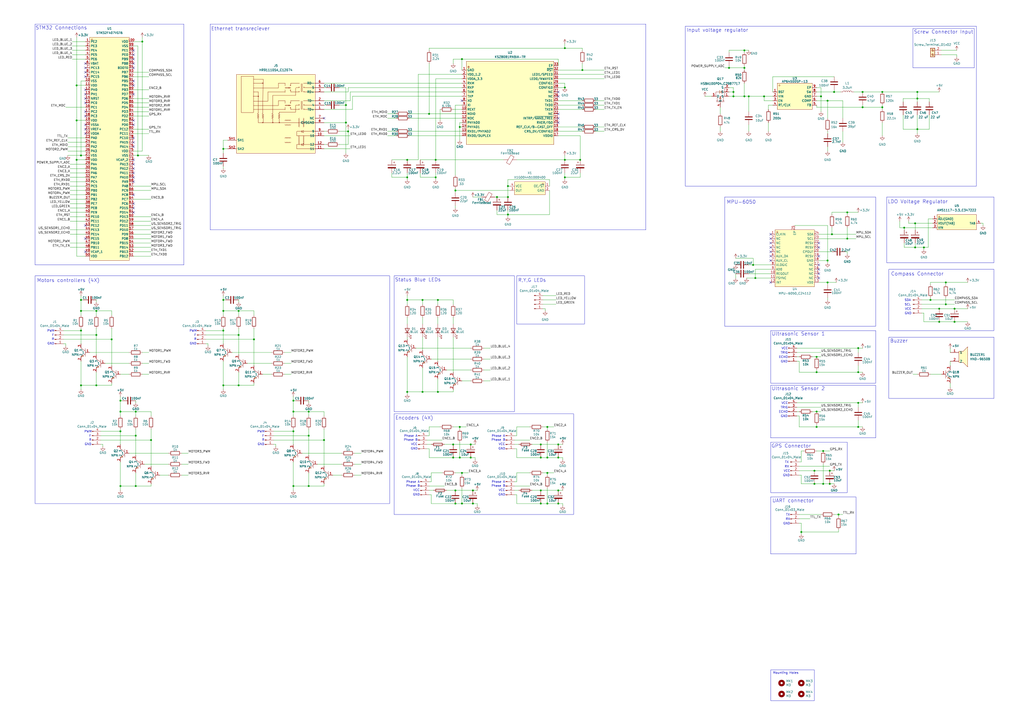
<source format=kicad_sch>
(kicad_sch (version 20250114) (generator "eeschema") (generator_version "9.0")
  (paper "A2")
  (rectangle (start 228.6 160.02) (end 298.45 238.76))
  (rectangle (start 529.59 16.51) (end 565.15 39.37))
  (rectangle (start 397.51 15.24) (end 566.42 107.95))
  (rectangle (start 447.04 191.77) (end 508 222.25))
  (rectangle (start 420.37 114.3) (end 508 189.23))
  (rectangle (start 515.62 195.58) (end 576.58 231.14))
  (rectangle (start 447.04 288.29) (end 496.57 321.31))
  (rectangle (start 299.72 160.02) (end 339.09 187.96))
  (rectangle (start 121.92 13.97) (end 374.65 133.35))
  (rectangle (start 515.62 156.21) (end 576.58 191.77))
  (rectangle (start 447.04 223.52) (end 508 254))
  (rectangle (start 228.6 240.03) (end 332.74 298.45))
  (rectangle (start 20.32 160.02) (end 226.06 292.1))
  (rectangle (start 514.35 114.3) (end 576.58 152.4))
  (rectangle (start 447.04 256.54) (end 491.49 285.75))
  (rectangle (start 20.32 13.97) (end 106.68 153.67))
  (rectangle (start 447.04 388.62) (end 472.44 406.4))
  (text "GND" (at 526.796 181.864 0) (effects (font (size 1.27 1.27))))
  (text "Mounting Holes" (at 448.31 391.16 0) (effects (font (size 1.27 1.27)) (justify left bottom)))
  (text "R" (at 113.284 196.85 0) (effects (font (size 1.27 1.27))))
  (text "TRIG" (at 454.914 204.724 0) (effects (font (size 1.27 1.27))))
  (text "Encoders (4X)" (at 240.284 242.57 0) (effects (font (size 2.032 2.032))))
  (text "Input voltage regulator" (at 398.272 18.796 0) (effects (font (size 2.032 2.032)) (justify left bottom)))
  (text "Phase B" (at 239.522 281.94 0) (effects (font (size 1.27 1.27))))
  (text "Phase A" (at 238.252 252.984 0) (effects (font (size 1.27 1.27))))
  (text "F" (at 52.324 252.984 0) (effects (font (size 1.27 1.27))))
  (text "GPS Connector" (at 458.978 258.826 0) (effects (font (size 2.032 2.032))))
  (text "Ultrasonic Sensor 1" (at 463.042 193.802 0) (effects (font (size 2.032 2.032))))
  (text "VCC" (at 291.084 284.48 0) (effects (font (size 1.27 1.27))))
  (text "F" (at 113.284 194.564 0) (effects (font (size 1.27 1.27))))
  (text "F" (at 30.734 194.564 0) (effects (font (size 1.27 1.27))))
  (text "GND" (at 51.054 257.81 0) (effects (font (size 1.27 1.27))))
  (text "GND" (at 112.014 199.39 0) (effects (font (size 1.27 1.27))))
  (text "GND" (at 291.084 260.35 0) (effects (font (size 1.27 1.27))))
  (text "GND" (at 456.184 275.844 0) (effects (font (size 1.27 1.27))))
  (text "ECHO" (at 454.406 239.014 0) (effects (font (size 1.27 1.27))))
  (text "Buzzer" (at 521.462 197.866 0) (effects (font (size 2.032 2.032))))
  (text "Ethernet transreciever" (at 139.446 16.764 0) (effects (font (size 2.032 2.032))))
  (text "GND" (at 240.284 260.35 0) (effects (font (size 1.27 1.27))))
  (text "VCC" (at 240.284 257.81 0) (effects (font (size 1.27 1.27))))
  (text "GND" (at 454.914 241.554 0) (effects (font (size 1.27 1.27))))
  (text "TRIG" (at 454.914 236.474 0) (effects (font (size 1.27 1.27))))
  (text "SDA " (at 527.05 174.244 0) (effects (font (size 1.27 1.27))))
  (text "VCC" (at 455.168 202.184 0) (effects (font (size 1.27 1.27))))
  (text "Compass Connector\n" (at 532.13 159.004 0) (effects (font (size 2.032 2.032))))
  (text "VCC" (at 526.796 179.324 0) (effects (font (size 1.27 1.27))))
  (text "PWM" (at 29.464 192.024 0) (effects (font (size 1.27 1.27))))
  (text "R" (at 30.734 196.85 0) (effects (font (size 1.27 1.27))))
  (text "GND" (at 454.914 209.804 0) (effects (font (size 1.27 1.27))))
  (text "R,Y,G LEDs" (at 316.738 163.83 0) (effects (font (size 1.9812 1.9812)) (justify right bottom)))
  (text "GND" (at 241.554 287.02 0) (effects (font (size 1.27 1.27))))
  (text "GND" (at 291.084 287.02 0) (effects (font (size 1.27 1.27))))
  (text "TX\n" (at 457.073 298.704 0) (effects (font (size 1.27 1.27))))
  (text "R" (at 152.654 255.27 0) (effects (font (size 1.27 1.27))))
  (text "Motors controllers (4X)" (at 39.624 162.814 0) (effects (font (size 2.032 2.032))))
  (text "STM32 Connections" (at 35.56 16.256 0) (effects (font (size 2.032 2.032))))
  (text "RX" (at 457.073 301.244 0) (effects (font (size 1.27 1.27))))
  (text "Phase A" (at 289.052 279.654 0) (effects (font (size 1.27 1.27))))
  (text "MPU-6050" (at 430.022 117.348 0) (effects (font (size 2.032 2.032))))
  (text "Status Blue LEDs" (at 255.778 163.576 0) (effects (font (size 2.032 2.032)) (justify right bottom)))
  (text "TX" (at 456.438 268.224 0) (effects (font (size 1.27 1.27))))
  (text "F" (at 152.654 252.984 0) (effects (font (size 1.27 1.27))))
  (text "ECHO" (at 454.406 207.264 0) (effects (font (size 1.27 1.27))))
  (text "VCC" (at 241.554 284.48 0) (effects (font (size 1.27 1.27))))
  (text "RX" (at 456.438 270.764 0) (effects (font (size 1.27 1.27))))
  (text "Phase A" (at 289.052 252.984 0) (effects (font (size 1.27 1.27))))
  (text "UART connector" (at 459.994 290.576 0) (effects (font (size 2.032 2.032))))
  (text "Screw Connector Input" (at 530.098 19.812 0) (effects (font (size 2 2)) (justify left bottom)))
  (text "VCC" (at 455.168 233.934 0) (effects (font (size 1.27 1.27))))
  (text "PWM" (at 151.384 250.444 0) (effects (font (size 1.27 1.27))))
  (text "GND" (at 456.311 303.784 0) (effects (font (size 1.27 1.27))))
  (text "LDO Voltage Regulator" (at 532.384 117.094 0) (effects (font (size 2.032 2.032))))
  (text "GND" (at 151.384 257.81 0) (effects (font (size 1.27 1.27))))
  (text "PWM" (at 112.014 192.024 0) (effects (font (size 1.27 1.27))))
  (text "Phase B" (at 289.052 255.27 0) (effects (font (size 1.27 1.27))))
  (text "SCL" (at 526.542 176.784 0) (effects (font (size 1.27 1.27))))
  (text "Phase A" (at 239.522 279.654 0) (effects (font (size 1.27 1.27))))
  (text "R" (at 52.324 255.27 0) (effects (font (size 1.27 1.27))))
  (text "Phase B" (at 289.052 281.94 0) (effects (font (size 1.27 1.27))))
  (text "Phase B" (at 238.252 255.27 0) (effects (font (size 1.27 1.27))))
  (text "PWM" (at 51.054 250.444 0) (effects (font (size 1.27 1.27))))
  (text "Ultrasonic Sensor 2" (at 463.042 225.552 0) (effects (font (size 2.032 2.032))))
  (text "VCC" (at 456.438 273.304 0) (effects (font (size 1.27 1.27))))
  (text "GND" (at 29.464 199.39 0) (effects (font (size 1.27 1.27))))
  (text "VCC" (at 291.084 257.81 0) (effects (font (size 1.27 1.27))))
  (junction (at 530.86 129.54))
  (junction (at 483.87 53.34))
  (junction (at 511.81 62.23))
  (junction (at 55.88 180.34))
  (junction (at 500.38 62.23))
  (junction (at 431.8 29.21))
  (junction (at 179.07 238.76))
  (junction (at 267.97 274.32))
  (junction (at 438.15 161.29))
  (junction (at 548.64 176.53))
  (junction (at 46.99 180.34))
  (junction (at 323.85 257.81))
  (junction (at 46.99 173.99))
  (junction (at 544.83 186.69))
  (junction (at 266.7 265.43))
  (junction (at 327.66 92.71))
  (junction (at 473.71 238.76))
  (junction (at 425.45 53.34))
  (junction (at 443.23 55.88))
  (junction (at 472.44 273.05))
  (junction (at 477.52 261.62))
  (junction (at 480.06 58.42))
  (junction (at 147.32 196.85))
  (junction (at 422.91 39.37))
  (junction (at 55.88 223.52))
  (junction (at 129.54 180.34))
  (junction (at 129.54 86.36))
  (junction (at 431.8 55.88))
  (junction (at 170.18 281.94))
  (junction (at 553.72 186.69))
  (junction (at 431.8 39.37))
  (junction (at 129.54 173.99))
  (junction (at 248.92 66.04))
  (junction (at 245.11 173.99))
  (junction (at 464.82 308.61))
  (junction (at 544.83 179.07))
  (junction (at 69.85 238.76))
  (junction (at 327.66 50.8))
  (junction (at 473.71 247.65))
  (junction (at 78.74 252.73))
  (junction (at 313.69 284.48))
  (junction (at 294.64 124.46))
  (junction (at 434.34 55.88))
  (junction (at 129.54 223.52))
  (junction (at 500.38 53.34))
  (junction (at 486.41 298.45))
  (junction (at 264.16 292.1))
  (junction (at 201.93 76.2))
  (junction (at 294.64 107.95))
  (junction (at 497.84 247.65))
  (junction (at 69.85 281.94))
  (junction (at 44.45 92.71))
  (junction (at 313.69 257.81))
  (junction (at 524.51 132.08))
  (junction (at 69.85 232.41))
  (junction (at 548.64 163.83))
  (junction (at 313.69 292.1))
  (junction (at 245.11 227.33))
  (junction (at 317.5 265.43))
  (junction (at 472.44 280.67))
  (junction (at 264.16 110.49))
  (junction (at 266.7 247.65))
  (junction (at 254 227.33))
  (junction (at 473.71 207.01))
  (junction (at 288.29 114.3))
  (junction (at 87.63 255.27))
  (junction (at 129.54 191.77))
  (junction (at 179.07 252.73))
  (junction (at 200.66 60.96))
  (junction (at 491.49 123.19))
  (junction (at 482.6 135.89))
  (junction (at 532.13 53.34))
  (junction (at 497.84 215.9))
  (junction (at 179.07 281.94))
  (junction (at 294.64 114.3))
  (junction (at 46.99 223.52))
  (junction (at 497.84 233.68))
  (junction (at 46.99 90.17))
  (junction (at 436.88 153.67))
  (junction (at 327.66 102.87))
  (junction (at 511.81 53.34))
  (junction (at 266.7 73.66))
  (junction (at 274.32 284.48))
  (junction (at 313.69 265.43))
  (junction (at 236.22 173.99))
  (junction (at 473.71 215.9))
  (junction (at 323.85 284.48))
  (junction (at 44.45 69.85))
  (junction (at 187.96 255.27))
  (junction (at 491.49 138.43))
  (junction (at 264.16 284.48))
  (junction (at 138.43 180.34))
  (junction (at 236.22 92.71))
  (junction (at 200.66 71.12))
  (junction (at 170.18 250.19))
  (junction (at 44.45 49.53))
  (junction (at 267.97 34.29))
  (junction (at 82.55 24.13))
  (junction (at 553.72 179.07))
  (junction (at 236.22 227.33))
  (junction (at 323.85 265.43))
  (junction (at 477.52 280.67))
  (junction (at 481.33 280.67))
  (junction (at 480.06 151.13))
  (junction (at 78.74 238.76))
  (junction (at 317.5 247.65))
  (junction (at 252.73 92.71))
  (junction (at 317.5 292.1))
  (junction (at 80.01 90.17))
  (junction (at 274.32 292.1))
  (junction (at 535.94 143.51))
  (junction (at 481.33 273.05))
  (junction (at 323.85 292.1))
  (junction (at 336.55 92.71))
  (junction (at 262.89 265.43))
  (junction (at 254 173.99))
  (junction (at 170.18 238.76))
  (junction (at 69.85 250.19))
  (junction (at 170.18 232.41))
  (junction (at 138.43 194.31))
  (junction (at 273.05 265.43))
  (junction (at 476.25 55.88))
  (junction (at 273.05 257.81))
  (junction (at 532.13 57.15))
  (junction (at 236.22 102.87))
  (junction (at 267.97 292.1))
  (junction (at 252.73 102.87))
  (junction (at 480.06 163.83))
  (junction (at 327.66 27.94))
  (junction (at 539.75 173.99))
  (junction (at 497.84 201.93))
  (junction (at 317.5 274.32))
  (junction (at 78.74 281.94))
  (junction (at 138.43 223.52))
  (junction (at 64.77 196.85))
  (junction (at 55.88 194.31))
  (junction (at 425.45 55.88))
  (junction (at 46.99 191.77))
  (junction (at 530.86 143.51))
  (junction (at 337.82 40.64))
  (junction (at 532.13 74.93))
  (junction (at 262.89 257.81))
  (no_connect (at 77.47 34.29))
  (no_connect (at 49.53 67.31))
  (no_connect (at 77.47 49.53))
  (no_connect (at 77.47 85.09))
  (no_connect (at 474.98 156.21))
  (no_connect (at 49.53 57.15))
  (no_connect (at 323.85 71.12))
  (no_connect (at 49.53 54.61))
  (no_connect (at 77.47 97.79))
  (no_connect (at 49.53 52.07))
  (no_connect (at 447.04 140.97))
  (no_connect (at 474.98 143.51))
  (no_connect (at 77.47 118.11))
  (no_connect (at 447.04 135.89))
  (no_connect (at 49.53 59.69))
  (no_connect (at 49.53 64.77))
  (no_connect (at 77.47 36.83))
  (no_connect (at 77.47 82.55))
  (no_connect (at 49.53 44.45))
  (no_connect (at 447.04 146.05))
  (no_connect (at 77.47 100.33))
  (no_connect (at 49.53 72.39))
  (no_connect (at 77.47 92.71))
  (no_connect (at 77.47 113.03))
  (no_connect (at 474.98 140.97))
  (no_connect (at 77.47 46.99))
  (no_connect (at 77.47 105.41))
  (no_connect (at 77.47 54.61))
  (no_connect (at 323.85 53.34))
  (no_connect (at 77.47 29.21))
  (no_connect (at 77.47 39.37))
  (no_connect (at 323.85 68.58))
  (no_connect (at 474.98 158.75))
  (no_connect (at 447.04 143.51))
  (no_connect (at 77.47 69.85))
  (no_connect (at 267.97 58.42))
  (no_connect (at 323.85 55.88))
  (no_connect (at 447.04 138.43))
  (no_connect (at 474.98 153.67))
  (no_connect (at 49.53 39.37))
  (no_connect (at 77.47 123.19))
  (no_connect (at 49.53 36.83))
  (no_connect (at 49.53 41.91))
  (no_connect (at 49.53 138.43))
  (no_connect (at 447.04 151.13))
  (no_connect (at 77.47 72.39))
  (no_connect (at 474.98 161.29))
  (no_connect (at 77.47 95.25))
  (no_connect (at 77.47 80.01))
  (no_connect (at 49.53 146.05))
  (no_connect (at 49.53 77.47))
  (no_connect (at 49.53 130.81))
  (no_connect (at 77.47 120.65))
  (no_connect (at 447.04 148.59))
  (no_connect (at 77.47 102.87))
  (no_connect (at 187.96 68.58))
  (no_connect (at 77.47 31.75))
  (no_connect (at 474.98 148.59))
  (no_connect (at 49.53 74.93))
  (no_connect (at 323.85 66.04))
  (no_connect (at 447.04 163.83))
  (wire (pts (xy 327.66 25.4) (xy 327.66 27.94)))
  (wire (pts (xy 254 184.15) (xy 254 187.96)))
  (wire (pts (xy 78.74 238.76) (xy 69.85 238.76)))
  (wire (pts (xy 44.45 148.59) (xy 44.45 92.71)))
  (wire (pts (xy 568.96 129.54) (xy 570.23 129.54)))
  (wire (pts (xy 36.83 196.85) (xy 64.77 196.85)))
  (wire (pts (xy 464.82 303.53) (xy 464.82 308.61)))
  (wire (pts (xy 532.13 53.34) (xy 532.13 57.15)))
  (wire (pts (xy 425.45 55.88) (xy 431.8 55.88)))
  (wire (pts (xy 539.75 172.72) (xy 539.75 173.99)))
  (wire (pts (xy 464.82 275.59) (xy 464.82 280.67)))
  (wire (pts (xy 200.66 71.12) (xy 200.66 88.9)))
  (wire (pts (xy 58.42 252.73) (xy 78.74 252.73)))
  (wire (pts (xy 80.01 90.17) (xy 80.01 26.67)))
  (wire (pts (xy 417.83 73.66) (xy 417.83 76.2)))
  (wire (pts (xy 476.25 50.8) (xy 476.25 55.88)))
  (wire (pts (xy 298.45 252.73) (xy 299.72 252.73)))
  (wire (pts (xy 299.72 247.65) (xy 307.34 247.65)))
  (wire (pts (xy 262.89 226.06) (xy 262.89 227.33)))
  (wire (pts (xy 425.45 50.8) (xy 425.45 53.34)))
  (wire (pts (xy 523.875 57.15) (xy 532.13 57.15)))
  (wire (pts (xy 299.72 279.4) (xy 299.72 274.32)))
  (wire (pts (xy 158.75 255.27) (xy 187.96 255.27)))
  (wire (pts (xy 497.84 247.65) (xy 500.38 247.65)))
  (wire (pts (xy 83.82 269.24) (xy 97.79 269.24)))
  (wire (pts (xy 422.91 39.37) (xy 422.91 38.1)))
  (wire (pts (xy 41.91 31.75) (xy 49.53 31.75)))
  (wire (pts (xy 82.55 217.17) (xy 86.36 217.17)))
  (wire (pts (xy 511.81 53.34) (xy 532.13 53.34)))
  (wire (pts (xy 473.71 261.62) (xy 477.52 261.62)))
  (wire (pts (xy 532.13 74.93) (xy 523.875 74.93)))
  (wire (pts (xy 480.06 130.81) (xy 480.06 151.13)))
  (wire (pts (xy 497.84 201.93) (xy 497.84 204.47)))
  (wire (pts (xy 473.71 207.01) (xy 476.25 207.01)))
  (wire (pts (xy 538.48 127) (xy 538.48 143.51)))
  (wire (pts (xy 426.72 149.86) (xy 436.88 149.86)))
  (wire (pts (xy 288.29 114.3) (xy 294.64 114.3)))
  (wire (pts (xy 548.64 176.53) (xy 553.72 176.53)))
  (wire (pts (xy 463.55 275.59) (xy 464.82 275.59)))
  (wire (pts (xy 480.06 85.09) (xy 480.06 87.63)))
  (wire (pts (xy 445.77 60.96) (xy 445.77 63.5)))
  (wire (pts (xy 464.82 280.67) (xy 472.44 280.67)))
  (wire (pts (xy 480.06 68.58) (xy 480.06 58.42)))
  (wire (pts (xy 77.47 67.31) (xy 86.36 67.31)))
  (wire (pts (xy 236.22 184.15) (xy 236.22 187.96)))
  (wire (pts (xy 280.67 208.28) (xy 284.48 208.28)))
  (wire (pts (xy 203.2 58.42) (xy 203.2 53.34)))
  (wire (pts (xy 255.27 63.5) (xy 255.27 69.85)))
  (wire (pts (xy 299.72 252.73) (xy 299.72 247.65)))
  (wire (pts (xy 474.98 163.83) (xy 480.06 163.83)))
  (wire (pts (xy 323.85 265.43) (xy 326.39 265.43)))
  (wire (pts (xy 491.49 123.19) (xy 491.49 124.46)))
  (wire (pts (xy 463.55 209.55) (xy 463.55 215.9)))
  (wire (pts (xy 201.93 76.2) (xy 201.93 74.93)))
  (wire (pts (xy 431.8 29.21) (xy 434.34 29.21)))
  (wire (pts (xy 87.63 280.67) (xy 87.63 281.94)))
  (wire (pts (xy 227.33 100.33) (xy 227.33 102.87)))
  (wire (pts (xy 262.89 195.58) (xy 262.89 215.9)))
  (wire (pts (xy 77.47 57.15) (xy 86.36 57.15)))
  (wire (pts (xy 44.45 92.71) (xy 49.53 92.71)))
  (wire (pts (xy 254 173.99) (xy 254 176.53)))
  (wire (pts (xy 193.04 275.59) (xy 198.12 275.59)))
  (wire (pts (xy 236.22 195.58) (xy 236.22 196.85)))
  (wire (pts (xy 243.84 92.71) (xy 252.73 92.71)))
  (wire (pts (xy 262.89 34.29) (xy 267.97 34.29)))
  (wire (pts (xy 236.22 171.45) (xy 236.22 173.99)))
  (wire (pts (xy 266.7 247.65) (xy 266.7 248.92)))
  (wire (pts (xy 511.81 71.12) (xy 511.81 78.74)))
  (wire (pts (xy 474.98 146.05) (xy 482.6 146.05)))
  (wire (pts (xy 247.65 252.73) (xy 248.92 252.73)))
  (wire (pts (xy 539.75 165.1) (xy 539.75 163.83)))
  (wire (pts (xy 262.89 184.15) (xy 262.89 187.96)))
  (wire (pts (xy 203.2 53.34) (xy 267.97 53.34)))
  (wire (pts (xy 497.84 243.84) (xy 497.84 247.65)))
  (wire (pts (xy 77.47 26.67) (xy 80.01 26.67)))
  (wire (pts (xy 179.07 248.92) (xy 179.07 252.73)))
  (wire (pts (xy 78.74 238.76) (xy 78.74 241.3)))
  (wire (pts (xy 243.84 102.87) (xy 252.73 102.87)))
  (wire (pts (xy 92.71 275.59) (xy 97.79 275.59)))
  (wire (pts (xy 474.98 135.89) (xy 482.6 135.89)))
  (wire (pts (xy 205.74 269.24) (xy 209.55 269.24)))
  (wire (pts (xy 175.26 262.89) (xy 198.12 262.89)))
  (wire (pts (xy 327.66 27.94) (xy 337.82 27.94)))
  (wire (pts (xy 179.07 238.76) (xy 170.18 238.76)))
  (wire (pts (xy 264.16 60.96) (xy 264.16 101.6)))
  (wire (pts (xy 323.85 43.18) (xy 350.52 43.18)))
  (wire (pts (xy 36.83 191.77) (xy 46.99 191.77)))
  (wire (pts (xy 262.89 36.83) (xy 262.89 34.29)))
  (wire (pts (xy 327.66 92.71) (xy 336.55 92.71)))
  (wire (pts (xy 495.3 53.34) (xy 500.38 53.34)))
  (wire (pts (xy 490.22 146.05) (xy 491.49 146.05)))
  (wire (pts (xy 82.55 24.13) (xy 82.55 21.59)))
  (wire (pts (xy 77.47 62.23) (xy 86.36 62.23)))
  (wire (pts (xy 481.33 280.67) (xy 483.87 280.67)))
  (wire (pts (xy 500.38 62.23) (xy 511.81 62.23)))
  (wire (pts (xy 252.73 92.71) (xy 292.1 92.71)))
  (wire (pts (xy 280.67 214.63) (xy 284.48 214.63)))
  (wire (pts (xy 534.67 173.99) (xy 539.75 173.99)))
  (wire (pts (xy 119.38 191.77) (xy 129.54 191.77)))
  (wire (pts (xy 521.97 132.08) (xy 524.51 132.08)))
  (wire (pts (xy 196.85 76.2) (xy 201.93 76.2)))
  (wire (pts (xy 317.5 256.54) (xy 317.5 265.43)))
  (wire (pts (xy 40.64 123.19) (xy 49.53 123.19)))
  (wire (pts (xy 500.38 62.23) (xy 500.38 60.96)))
  (wire (pts (xy 327.66 102.87) (xy 327.66 104.14)))
  (wire (pts (xy 78.74 252.73) (xy 78.74 264.16)))
  (wire (pts (xy 200.66 50.8) (xy 200.66 60.96)))
  (wire (pts (xy 60.96 210.82) (xy 74.93 210.82)))
  (wire (pts (xy 40.64 135.89) (xy 49.53 135.89)))
  (wire (pts (xy 254 195.58) (xy 254 209.55)))
  (wire (pts (xy 170.18 232.41) (xy 170.18 238.76)))
  (wire (pts (xy 433.07 161.29) (xy 438.15 161.29)))
  (wire (pts (xy 553.72 179.07) (xy 561.34 179.07)))
  (wire (pts (xy 69.85 267.97) (xy 69.85 281.94)))
  (wire (pts (xy 46.99 223.52) (xy 46.99 226.06)))
  (wire (pts (xy 64.77 180.34) (xy 64.77 182.88)))
  (wire (pts (xy 39.37 80.01) (xy 49.53 80.01)))
  (wire (pts (xy 345.44 63.5) (xy 350.52 63.5)))
  (wire (pts (xy 447.04 156.21) (xy 438.15 156.21)))
  (wire (pts (xy 463.55 247.65) (xy 473.71 247.65)))
  (wire (pts (xy 267.97 60.96) (xy 264.16 60.96)))
  (wire (pts (xy 77.47 52.07) (xy 86.36 52.07)))
  (wire (pts (xy 236.22 207.01) (xy 236.22 227.33)))
  (wire (pts (xy 69.85 232.41) (xy 69.85 238.76)))
  (wire (pts (xy 119.38 194.31) (xy 138.43 194.31)))
  (wire (pts (xy 41.91 29.21) (xy 49.53 29.21)))
  (wire (pts (xy 544.83 186.69) (xy 553.72 186.69)))
  (wire (pts (xy 551.18 222.25) (xy 551.18 224.79)))
  (wire (pts (xy 77.47 128.27) (xy 87.63 128.27)))
  (wire (pts (xy 486.41 308.61) (xy 464.82 308.61)))
  (wire (pts (xy 138.43 180.34) (xy 138.43 182.88)))
  (wire (pts (xy 227.33 102.87) (xy 236.22 102.87)))
  (wire (pts (xy 534.67 179.07) (xy 544.83 179.07)))
  (wire (pts (xy 129.54 86.36) (xy 132.08 86.36)))
  (wire (pts (xy 480.06 151.13) (xy 480.06 152.4)))
  (wire (pts (xy 539.115 66.675) (xy 539.115 74.93)))
  (wire (pts (xy 147.32 223.52) (xy 138.43 223.52)))
  (wire (pts (xy 426.72 158.75) (xy 426.72 161.29)))
  (wire (pts (xy 323.85 34.29) (xy 267.97 34.29)))
  (wire (pts (xy 59.69 257.81) (xy 59.69 259.08)))
  (wire (pts (xy 445.77 60.96) (xy 448.31 60.96)))
  (wire (pts (xy 201.93 76.2) (xy 201.93 83.82)))
  (wire (pts (xy 224.79 66.04) (xy 229.87 66.04)))
  (wire (pts (xy 184.15 269.24) (xy 198.12 269.24)))
  (wire (pts (xy 236.22 173.99) (xy 236.22 176.53)))
  (wire (pts (xy 237.49 78.74) (xy 267.97 78.74)))
  (wire (pts (xy 257.81 257.81) (xy 262.89 257.81)))
  (wire (pts (xy 77.47 41.91) (xy 86.36 41.91)))
  (wire (pts (xy 224.79 76.2) (xy 229.87 76.2)))
  (wire (pts (xy 299.72 260.35) (xy 299.72 265.43)))
  (wire (pts (xy 46.99 90.17) (xy 46.99 46.99)))
  (wire (pts (xy 170.18 250.19) (xy 170.18 257.81)))
  (wire (pts (xy 431.8 39.37) (xy 431.8 38.1)))
  (wire (pts (xy 77.47 90.17) (xy 80.01 90.17)))
  (wire (pts (xy 480.06 163.83) (xy 480.06 165.1)))
  (wire (pts (xy 69.85 238.76) (xy 69.85 241.3)))
  (wire (pts (xy 473.71 60.96) (xy 473.71 62.23)))
  (wire (pts (xy 539.75 173.99) (xy 553.72 173.99)))
  (wire (pts (xy 204.47 63.5) (xy 204.47 55.88)))
  (wire (pts (xy 40.64 113.03) (xy 49.53 113.03)))
  (wire (pts (xy 187.96 60.96) (xy 189.23 60.96)))
  (wire (pts (xy 250.19 208.28) (xy 273.05 208.28)))
  (wire (pts (xy 52.07 204.47) (xy 74.93 204.47)))
  (wire (pts (xy 119.38 196.85) (xy 147.32 196.85)))
  (wire (pts (xy 541.02 129.54) (xy 530.86 129.54)))
  (wire (pts (xy 204.47 55.88) (xy 267.97 55.88)))
  (wire (pts (xy 497.84 233.68) (xy 500.38 233.68)))
  (wire (pts (xy 314.96 247.65) (xy 317.5 247.65)))
  (wire (pts (xy 120.65 199.39) (xy 120.65 200.66)))
  (wire (pts (xy 147.32 180.34) (xy 138.43 180.34)))
  (wire (pts (xy 87.63 238.76) (xy 78.74 238.76)))
  (wire (pts (xy 248.92 260.35) (xy 248.92 265.43)))
  (wire (pts (xy 55.88 180.34) (xy 46.99 180.34)))
  (wire (pts (xy 40.64 120.65) (xy 49.53 120.65)))
  (wire (pts (xy 434.34 72.39) (xy 434.34 76.2)))
  (wire (pts (xy 264.16 284.48) (xy 274.32 284.48)))
  (wire (pts (xy 425.45 53.34) (xy 425.45 55.88)))
  (wire (pts (xy 551.18 209.55) (xy 551.18 212.09)))
  (wire (pts (xy 77.47 44.45) (xy 86.36 44.45)))
  (wire (pts (xy 87.63 255.27) (xy 87.63 270.51)))
  (wire (pts (xy 288.29 124.46) (xy 294.64 124.46)))
  (wire (pts (xy 462.28 236.22) (xy 476.25 236.22)))
  (wire (pts (xy 40.64 140.97) (xy 49.53 140.97)))
  (wire (pts (xy 462.28 207.01) (xy 463.55 207.01)))
  (wire (pts (xy 259.08 214.63) (xy 273.05 214.63)))
  (wire (pts (xy 245.11 184.15) (xy 245.11 187.96)))
  (wire (pts (xy 497.84 233.68) (xy 497.84 236.22)))
  (wire (pts (xy 298.45 257.81) (xy 300.99 257.81)))
  (wire (pts (xy 313.69 284.48) (xy 323.85 284.48)))
  (wire (pts (xy 473.71 246.38) (xy 473.71 247.65)))
  (wire (pts (xy 471.17 238.76) (xy 473.71 238.76)))
  (wire (pts (xy 196.85 83.82) (xy 201.93 83.82)))
  (wire (pts (xy 247.65 260.35) (xy 248.92 260.35)))
  (wire (pts (xy 336.55 102.87) (xy 327.66 102.87)))
  (wire (pts (xy 539.75 217.17) (xy 546.1 217.17)))
  (wire (pts (xy 49.53 69.85) (xy 44.45 69.85)))
  (wire (pts (xy 242.57 43.18) (xy 267.97 43.18)))
  (wire (pts (xy 287.02 114.3) (xy 288.29 114.3)))
  (wire (pts (xy 488.95 76.2) (xy 488.95 82.55)))
  (wire (pts (xy 77.47 148.59) (xy 87.63 148.59)))
  (wire (pts (xy 530.86 143.51) (xy 535.94 143.51)))
  (wire (pts (xy 462.28 233.68) (xy 497.84 233.68)))
  (wire (pts (xy 473.71 247.65) (xy 497.84 247.65)))
  (wire (pts (xy 264.16 109.22) (xy 264.16 110.49)))
  (wire (pts (xy 40.64 115.57) (xy 49.53 115.57)))
  (wire (pts (xy 275.59 266.7) (xy 275.59 265.43)))
  (wire (pts (xy 294.64 107.95) (xy 295.91 107.95)))
  (wire (pts (xy 205.74 275.59) (xy 209.55 275.59)))
  (wire (pts (xy 323.85 257.81) (xy 326.39 257.81)))
  (wire (pts (xy 463.55 273.05) (xy 472.44 273.05)))
  (wire (pts (xy 55.88 180.34) (xy 55.88 182.88)))
  (wire (pts (xy 532.13 53.34) (xy 544.83 53.34)))
  (wire (pts (xy 436.88 149.86) (xy 436.88 153.67)))
  (wire (pts (xy 179.07 252.73) (xy 179.07 264.16)))
  (wire (pts (xy 40.64 95.25) (xy 49.53 95.25)))
  (wire (pts (xy 49.53 90.17) (xy 46.99 90.17)))
  (wire (pts (xy 532.13 57.15) (xy 539.115 57.15)))
  (wire (pts (xy 179.07 238.76) (xy 179.07 241.3)))
  (wire (pts (xy 248.92 29.21) (xy 248.92 27.94)))
  (wire (pts (xy 548.64 172.72) (xy 548.64 176.53)))
  (wire (pts (xy 462.28 204.47) (xy 476.25 204.47)))
  (wire (pts (xy 264.16 274.32) (xy 267.97 274.32)))
  (wire (pts (xy 323.85 60.96) (xy 337.82 60.96)))
  (wire (pts (xy 511.81 62.23) (xy 511.81 60.96)))
  (wire (pts (xy 77.47 130.81) (xy 87.63 130.81)))
  (wire (pts (xy 488.95 58.42) (xy 488.95 68.58)))
  (wire (pts (xy 147.32 196.85) (xy 147.32 212.09)))
  (wire (pts (xy 129.54 209.55) (xy 129.54 223.52)))
  (wire (pts (xy 129.54 171.45) (xy 129.54 173.99)))
  (wire (pts (xy 530.86 129.54) (xy 527.05 129.54)))
  (wire (pts (xy 323.85 48.26) (xy 327.66 48.26)))
  (wire (pts (xy 327.66 90.17) (xy 327.66 92.71)))
  (wire (pts (xy 264.16 292.1) (xy 267.97 292.1)))
  (wire (pts (xy 317.5 292.1) (xy 323.85 292.1)))
  (wire (pts (xy 248.92 284.48) (xy 251.46 284.48)))
  (wire (pts (xy 497.84 215.9) (xy 500.38 215.9)))
  (wire (pts (xy 254 173.99) (xy 245.11 173.99)))
  (wire (pts (xy 422.91 30.48) (xy 422.91 29.21)))
  (wire (pts (xy 480.06 172.72) (xy 480.06 173.99)))
  (wire (pts (xy 245.11 227.33) (xy 254 227.33)))
  (wire (pts (xy 170.18 238.76) (xy 170.18 241.3)))
  (wire (pts (xy 274.32 292.1) (xy 276.86 292.1)))
  (wire (pts (xy 524.51 132.08) (xy 524.51 133.35)))
  (wire (pts (xy 87.63 238.76) (xy 87.63 241.3)))
  (wire (pts (xy 267.97 275.59) (xy 267.97 274.32)))
  (wire (pts (xy 521.97 128.27) (xy 521.97 132.08)))
  (wire (pts (xy 266.7 73.66) (xy 266.7 81.28)))
  (wire (pts (xy 38.1 62.23) (xy 49.53 62.23)))
  (wire (pts (xy 44.45 21.59) (xy 44.45 49.53)))
  (wire (pts (xy 266.7 247.65) (xy 270.51 247.65)))
  (wire (pts (xy 58.42 255.27) (xy 87.63 255.27)))
  (wire (pts (xy 473.71 62.23) (xy 500.38 62.23)))
  (wire (pts (xy 294.64 104.14) (xy 318.77 104.14)))
  (wire (pts (xy 187.96 71.12) (xy 200.66 71.12)))
  (wire (pts (xy 46.99 171.45) (xy 46.99 173.99)))
  (wire (pts (xy 245.11 213.36) (xy 245.11 227.33)))
  (wire (pts (xy 77.47 146.05) (xy 87.63 146.05)))
  (wire (pts (xy 129.54 86.36) (xy 129.54 88.9)))
  (wire (pts (xy 308.61 257.81) (xy 313.69 257.81)))
  (wire (pts (xy 179.07 274.32) (xy 179.07 281.94)))
  (wire (pts (xy 524.51 132.08) (xy 541.02 132.08)))
  (wire (pts (xy 259.08 284.48) (xy 264.16 284.48)))
  (wire (pts (xy 187.96 53.34) (xy 201.93 53.34)))
  (wire (pts (xy 77.47 24.13) (xy 82.55 24.13)))
  (wire (pts (xy 491.49 138.43) (xy 496.57 138.43)))
  (wire (pts (xy 345.44 76.2) (xy 350.52 76.2)))
  (wire (pts (xy 77.47 64.77) (xy 86.36 64.77)))
  (wire (pts (xy 196.85 60.96) (xy 200.66 60.96)))
  (wire (pts (xy 40.64 143.51) (xy 49.53 143.51)))
  (wire (pts (xy 105.41 275.59) (xy 109.22 275.59)))
  (wire (pts (xy 187.96 58.42) (xy 203.2 58.42)))
  (wire (pts (xy 77.47 138.43) (xy 87.63 138.43)))
  (wire (pts (xy 82.55 87.63) (xy 82.55 24.13)))
  (wire (pts (xy 294.64 107.95) (xy 294.64 114.3)))
  (wire (pts (xy 254 219.71) (xy 254 227.33)))
  (wire (pts (xy 431.8 40.64) (xy 431.8 39.37)))
  (wire (pts (xy 539.115 74.93) (xy 532.13 74.93)))
  (wire (pts (xy 480.06 76.2) (xy 480.06 77.47)))
  (wire (pts (xy 187.96 50.8) (xy 189.23 50.8)))
  (wire (pts (xy 464.82 261.62) (xy 466.09 261.62)))
  (wire (pts (xy 130.81 173.99) (xy 129.54 173.99)))
  (wire (pts (xy 64.77 180.34) (xy 55.88 180.34)))
  (wire (pts (xy 248.92 247.65) (xy 255.27 247.65)))
  (wire (pts (xy 134.62 204.47) (xy 157.48 204.47)))
  (wire (pts (xy 431.8 55.88) (xy 434.34 55.88)))
  (wire (pts (xy 69.85 248.92) (xy 69.85 250.19)))
  (wire (pts (xy 313.69 292.1) (xy 317.5 292.1)))
  (wire (pts (xy 77.47 140.97) (xy 87.63 140.97)))
  (wire (pts (xy 299.72 92.71) (xy 327.66 92.71)))
  (wire (pts (xy 323.85 78.74) (xy 336.55 78.74)))
  (wire (pts (xy 266.7 73.66) (xy 267.97 73.66)))
  (wire (pts (xy 527.05 128.27) (xy 527.05 129.54)))
  (wire (pts (xy 317.5 274.32) (xy 321.31 274.32)))
  (wire (pts (xy 262.89 265.43) (xy 266.7 265.43)))
  (wire (pts (xy 345.44 58.42) (xy 350.52 58.42)))
  (wire (pts (xy 463.55 270.51) (xy 481.33 270.51)))
  (wire (pts (xy 474.98 151.13) (xy 480.06 151.13)))
  (wire (pts (xy 78.74 274.32) (xy 78.74 281.94)))
  (wire (pts (xy 462.28 209.55) (xy 463.55 209.55)))
  (wire (pts (xy 252.73 100.33) (xy 252.73 102.87)))
  (wire (pts (xy 473.71 238.76) (xy 476.25 238.76)))
  (wire (pts (xy 524.51 140.97) (xy 524.51 143.51)))
  (wire (pts (xy 298.45 255.27) (xy 307.34 255.27)))
  (wire (pts (xy 422.91 50.8) (xy 425.45 50.8)))
  (wire (pts (xy 276.86 293.37) (xy 276.86 292.1)))
  (wire (pts (xy 486.41 298.45) (xy 486.41 299.72)))
  (wire (pts (xy 323.85 40.64) (xy 337.82 40.64)))
  (wire (pts (xy 46.99 190.5) (xy 46.99 191.77)))
  (wire (pts (xy 138.43 173.99) (xy 138.43 175.26)))
  (wire (pts (xy 250.19 279.4) (xy 250.19 274.32)))
  (wire (pts (xy 480.06 163.83) (xy 485.14 163.83)))
  (wire (pts (xy 299.72 274.32) (xy 307.34 274.32)))
  (wire (pts (xy 464.82 308.61) (xy 464.82 309.88)))
  (wire (pts (xy 486.41 298.45) (xy 488.95 298.45)))
  (wire (pts (xy 247.65 257.81) (xy 250.19 257.81)))
  (wire (pts (xy 247.65 255.27) (xy 256.54 255.27)))
  (wire (pts (xy 491.49 146.05) (xy 491.49 147.32)))
  (wire (pts (xy 58.42 257.81) (xy 59.69 257.81)))
  (wire (pts (xy 158.75 250.19) (xy 170.18 250.19)))
  (wire (pts (xy 77.47 59.69) (xy 86.36 59.69)))
  (wire (pts (xy 64.77 222.25) (xy 64.77 223.52)))
  (wire (pts (xy 129.54 173.99) (xy 129.54 180.34)))
  (wire (pts (xy 165.1 210.82) (xy 168.91 210.82)))
  (wire (pts (xy 82.55 204.47) (xy 86.36 204.47)))
  (wire (pts (xy 236.22 227.33) (xy 236.22 228.6)))
  (wire (pts (xy 77.47 77.47) (xy 86.36 77.47)))
  (wire (pts (xy 422.91 39.37) (xy 431.8 39.37)))
  (wire (pts (xy 535.94 181.61) (xy 535.94 186.69)))
  (wire (pts (xy 46.99 191.77) (xy 46.99 199.39)))
  (wire (pts (xy 147.32 222.25) (xy 147.32 223.52)))
  (wire (pts (xy 248.92 279.4) (xy 250.19 279.4)))
  (wire (pts (xy 480.06 58.42) (xy 488.95 58.42)))
  (wire (pts (xy 474.98 138.43) (xy 491.49 138.43)))
  (wire (pts (xy 463.55 298.45) (xy 476.25 298.45)))
  (wire (pts (xy 336.55 78.74) (xy 336.55 92.71)))
  (wire (pts (xy 422.91 55.88) (xy 425.45 55.88)))
  (wire (pts (xy 46.99 223.52) (xy 55.88 223.52)))
  (wire (pts (xy 129.54 191.77) (xy 129.54 199.39)))
  (wire (pts (xy 274.32 284.48) (xy 276.86 284.48)))
  (wire (pts (xy 267.97 292.1) (xy 274.32 292.1)))
  (wire (pts (xy 245.11 173.99) (xy 236.22 173.99)))
  (wire (pts (xy 41.91 24.13) (xy 49.53 24.13)))
  (wire (pts (xy 41.91 34.29) (xy 49.53 34.29)))
  (wire (pts (xy 237.49 76.2) (xy 267.97 76.2)))
  (wire (pts (xy 39.37 87.63) (xy 49.53 87.63)))
  (wire (pts (xy 298.45 281.94) (xy 307.34 281.94)))
  (wire (pts (xy 463.55 215.9) (xy 473.71 215.9)))
  (wire (pts (xy 541.02 127) (xy 538.48 127)))
  (wire (pts (xy 40.64 128.27) (xy 49.53 128.27)))
  (wire (pts (xy 477.52 269.24) (xy 477.52 280.67)))
  (wire (pts (xy 71.12 232.41) (xy 69.85 232.41)))
  (wire (pts (xy 298.45 284.48) (xy 300.99 284.48)))
  (wire (pts (xy 55.88 190.5) (xy 55.88 194.31)))
  (wire (pts (xy 299.72 287.02) (xy 299.72 292.1)))
  (wire (pts (xy 77.47 115.57) (xy 87.63 115.57)))
  (wire (pts (xy 314.96 173.99) (xy 322.58 173.99)))
  (wire (pts (xy 472.44 273.05) (xy 481.33 273.05)))
  (wire (pts (xy 69.85 281.94) (xy 78.74 281.94)))
  (wire (pts (xy 119.38 199.39) (xy 120.65 199.39)))
  (wire (pts (xy 87.63 281.94) (xy 78.74 281.94)))
  (wire (pts (xy 262.89 63.5) (xy 267.97 63.5)))
  (wire (pts (xy 165.1 217.17) (xy 168.91 217.17)))
  (wire (pts (xy 483.87 298.45) (xy 486.41 298.45)))
  (wire (pts (xy 187.96 255.27) (xy 187.96 270.51)))
  (wire (pts (xy 534.67 176.53) (xy 548.64 176.53)))
  (wire (pts (xy 152.4 217.17) (xy 157.48 217.17)))
  (wire (pts (xy 187.96 78.74) (xy 203.2 78.74)))
  (wire (pts (xy 236.22 92.71) (xy 242.57 92.71)))
  (wire (pts (xy 345.44 73.66) (xy 350.52 73.66)))
  (wire (pts (xy 314.96 274.32) (xy 317.5 274.32)))
  (wire (pts (xy 326.39 293.37) (xy 326.39 292.1)))
  (wire (pts (xy 227.33 92.71) (xy 236.22 92.71)))
  (wire (pts (xy 245.11 195.58) (xy 245.11 203.2)))
  (wire (pts (xy 267.97 274.32) (xy 271.78 274.32)))
  (wire (pts (xy 40.64 110.49) (xy 49.53 110.49)))
  (wire (pts (xy 462.28 238.76) (xy 463.55 238.76)))
  (wire (pts (xy 252.73 102.87) (xy 252.73 104.14)))
  (wire (pts (xy 323.85 73.66) (xy 337.82 73.66)))
  (wire (pts (xy 250.19 287.02) (xy 250.19 292.1)))
  (wire (pts (xy 436.88 153.67) (xy 447.04 153.67)))
  (wire (pts (xy 482.6 135.89) (xy 496.57 135.89)))
  (wire (pts (xy 254 227.33) (xy 262.89 227.33)))
  (wire (pts (xy 129.54 223.52) (xy 138.43 223.52)))
  (wire (pts (xy 77.47 87.63) (xy 82.55 87.63)))
  (wire (pts (xy 299.72 265.43) (xy 313.69 265.43)))
  (wire (pts (xy 294.64 104.14) (xy 294.64 107.95)))
  (wire (pts (xy 44.45 69.85) (xy 44.45 49.53)))
  (wire (pts (xy 434.34 55.88) (xy 434.34 64.77)))
  (wire (pts (xy 288.29 121.92) (xy 288.29 124.46)))
  (wire (pts (xy 138.43 180.34) (xy 129.54 180.34)))
  (wire (pts (xy 77.47 133.35) (xy 87.63 133.35)))
  (wire (pts (xy 551.18 201.93) (xy 551.18 204.47)))
  (wire (pts (xy 179.07 232.41) (xy 179.07 233.68)))
  (wire (pts (xy 431.8 30.48) (xy 431.8 29.21)))
  (wire (pts (xy 445.77 71.12) (xy 445.77 76.2)))
  (wire (pts (xy 523.875 66.675) (xy 523.875 74.93)))
  (wire (pts (xy 529.59 217.17) (xy 532.13 217.17)))
  (wire (pts (xy 138.43 194.31) (xy 138.43 205.74)))
  (wire (pts (xy 316.23 179.07) (xy 316.23 180.34)))
  (wire (pts (xy 337.82 27.94) (xy 337.82 29.21)))
  (wire (pts (xy 273.05 265.43) (xy 275.59 265.43)))
  (wire (pts (xy 132.08 81.28) (xy 129.54 81.28)))
  (wire (pts (xy 49.53 49.53) (xy 44.45 49.53)))
  (wire (pts (xy 105.41 269.24) (xy 109.22 269.24)))
  (wire (pts (xy 105.41 262.89) (xy 109.22 262.89)))
  (wire (pts (xy 248.92 281.94) (xy 257.81 281.94)))
  (wire (pts (xy 299.72 292.1) (xy 313.69 292.1)))
  (wire (pts (xy 248.92 287.02) (xy 250.19 287.02)))
  (wire (pts (xy 482.6 123.19) (xy 491.49 123.19)))
  (wire (pts (xy 314.96 176.53) (xy 322.58 176.53)))
  (wire (pts (xy 327.66 48.26) (xy 327.66 50.8)))
  (wire (pts (xy 237.49 66.04) (xy 248.92 66.04)))
  (wire (pts (xy 165.1 204.47) (xy 168.91 204.47)))
  (wire (pts (xy 422.91 29.21) (xy 431.8 29.21)))
  (wire (pts (xy 473.71 58.42) (xy 480.06 58.42)))
  (wire (pts (xy 336.55 100.33) (xy 336.55 102.87)))
  (wire (pts (xy 77.47 135.89) (xy 87.63 135.89)))
  (wire (pts (xy 36.83 194.31) (xy 55.88 194.31)))
  (wire (pts (xy 337.82 36.83) (xy 337.82 40.64)))
  (wire (pts (xy 473.71 50.8) (xy 476.25 50.8)))
  (wire (pts (xy 55.88 173.99) (xy 55.88 175.26)))
  (wire (pts (xy 40.64 100.33) (xy 49.53 100.33)))
  (wire (pts (xy 170.18 281.94) (xy 179.07 281.94)))
  (wire (pts (xy 254 173.99) (xy 262.89 173.99)))
  (wire (pts (xy 482.6 132.08) (xy 482.6 135.89)))
  (wire (pts (xy 534.67 181.61) (xy 535.94 181.61)))
  (wire (pts (xy 313.69 257.81) (xy 323.85 257.81)))
  (wire (pts (xy 245.11 173.99) (xy 245.11 176.53)))
  (wire (pts (xy 553.72 186.69) (xy 561.34 186.69)))
  (wire (pts (xy 77.47 74.93) (xy 86.36 74.93)))
  (wire (pts (xy 539.115 57.15) (xy 539.115 59.055)))
  (wire (pts (xy 252.73 45.72) (xy 267.97 45.72)))
  (wire (pts (xy 544.83 179.07) (xy 553.72 179.07)))
  (wire (pts (xy 55.88 215.9) (xy 55.88 223.52)))
  (wire (pts (xy 511.81 62.23) (xy 511.81 63.5)))
  (wire (pts (xy 443.23 55.88) (xy 448.31 55.88)))
  (wire (pts (xy 483.87 52.07) (xy 483.87 53.34)))
  (wire (pts (xy 264.16 119.38) (xy 264.16 120.65)))
  (wire (pts (xy 267.97 220.98) (xy 273.05 220.98)))
  (wire (pts (xy 477.52 280.67) (xy 481.33 280.67)))
  (wire (pts (xy 170.18 229.87) (xy 170.18 232.41)))
  (wire (pts (xy 170.18 248.92) (xy 170.18 250.19)))
  (wire (pts (xy 129.54 180.34) (xy 129.54 182.88)))
  (wire (pts (xy 317.5 274.32) (xy 317.5 275.59)))
  (wire (pts (xy 46.99 180.34) (xy 46.99 182.88)))
  (wire (pts (xy 298.45 279.4) (xy 299.72 279.4)))
  (wire (pts (xy 264.16 110.49) (xy 295.91 110.49)))
  (wire (pts (xy 422.91 39.37) (xy 420.37 39.37)))
  (wire (pts (xy 408.94 55.88) (xy 412.75 55.88)))
  (wire (pts (xy 298.45 260.35) (xy 299.72 260.35)))
  (wire (pts (xy 40.64 133.35) (xy 49.53 133.35)))
  (wire (pts (xy 187.96 83.82) (xy 189.23 83.82)))
  (wire (pts (xy 473.71 215.9) (xy 497.84 215.9)))
  (wire (pts (xy 535.94 186.69) (xy 544.83 186.69)))
  (wire (pts (xy 46.99 173.99) (xy 46.99 180.34)))
  (wire (pts (xy 448.31 53.34) (xy 448.31 44.45)))
  (wire (pts (xy 477.52 261.62) (xy 481.33 261.62)))
  (wire (pts (xy 486.41 307.34) (xy 486.41 308.61)))
  (wire (pts (xy 160.02 257.81) (xy 160.02 259.08)))
  (wire (pts (xy 243.84 100.33) (xy 243.84 102.87)))
  (wire (pts (xy 463.55 300.99) (xy 469.9 300.99)))
  (wire (pts (xy 237.49 68.58) (xy 267.97 68.58)))
  (wire (pts (xy 323.85 292.1) (xy 326.39 292.1)))
  (wire (pts (xy 236.22 227.33) (xy 245.11 227.33)))
  (wire (pts (xy 461.01 130.81) (xy 480.06 130.81)))
  (wire (pts (xy 143.51 210.82) (xy 157.48 210.82)))
  (wire (pts (xy 170.18 281.94) (xy 170.18 284.48)))
  (wire (pts (xy 532.13 57.15) (xy 532.13 59.055)))
  (wire (pts (xy 187.96 63.5) (xy 204.47 63.5)))
  (wire (pts (xy 187.96 86.36) (xy 203.2 86.36)))
  (wire (pts (xy 266.7 71.12) (xy 266.7 73.66)))
  (wire (pts (xy 318.77 107.95) (xy 318.77 104.14)))
  (wire (pts (xy 187.96 238.76) (xy 187.96 241.3)))
  (wire (pts (xy 69.85 217.17) (xy 74.93 217.17)))
  (wire (pts (xy 69.85 250.19) (xy 69.85 257.81)))
  (wire (pts (xy 323.85 38.1) (xy 323.85 34.29)))
  (wire (pts (xy 129.54 96.52) (xy 129.54 97.79)))
  (wire (pts (xy 323.85 50.8) (xy 327.66 50.8)))
  (wire (pts (xy 201.93 50.8) (xy 267.97 50.8)))
  (wire (pts (xy 187.96 248.92) (xy 187.96 255.27)))
  (wire (pts (xy 241.3 201.93) (xy 273.05 201.93)))
  (wire (pts (xy 262.89 257.81) (xy 273.05 257.81)))
  (wire (pts (xy 171.45 232.41) (xy 170.18 232.41)))
  (wire (pts (xy 201.93 53.34) (xy 201.93 50.8)))
  (wire (pts (xy 55.88 194.31) (xy 55.88 205.74)))
  (wire (pts (xy 530.86 129.54) (xy 530.86 133.35)))
  (wire (pts (xy 273.05 257.81) (xy 275.59 257.81)))
  (wire (pts (xy 200.66 60.96) (xy 200.66 71.12)))
  (wire (pts (xy 317.5 247.65) (xy 317.5 248.92)))
  (wire (pts (xy 147.32 190.5) (xy 147.32 196.85)))
  (wire (pts (xy 538.48 143.51) (xy 535.94 143.51)))
  (wire (pts (xy 266.7 265.43) (xy 273.05 265.43)))
  (wire (pts (xy 431.8 48.26) (xy 431.8 55.88)))
  (wire (pts (xy 532.13 66.675) (xy 532.13 74.93)))
  (wire (pts (xy 481.33 273.05) (xy 483.87 273.05)))
  (wire (pts (xy 187.96 281.94) (xy 179.07 281.94)))
  (wire (pts (xy 535.94 143.51) (xy 535.94 144.78)))
  (wire (pts (xy 523.875 57.15) (xy 523.875 59.055)))
  (wire (pts (xy 40.64 102.87) (xy 49.53 102.87)))
  (wire (pts (xy 497.84 201.93) (xy 500.38 201.93)))
  (wire (pts (xy 236.22 100.33) (xy 236.22 102.87)))
  (wire (pts (xy 36.83 199.39) (xy 38.1 199.39)))
  (wire (pts (xy 491.49 123.19) (xy 497.84 123.19)))
  (wire (pts (xy 64.77 223.52) (xy 55.88 223.52)))
  (wire (pts (xy 463.55 267.97) (xy 464.82 267.97)))
  (wire (pts (xy 313.69 265.43) (xy 317.5 265.43)))
  (wire (pts (xy 248.92 27.94) (xy 327.66 27.94)))
  (wire (pts (xy 248.92 36.83) (xy 248.92 66.04)))
  (wire (pts (xy 129.54 81.28) (xy 129.54 86.36)))
  (wire (pts (xy 554.99 31.75) (xy 554.99 33.02)))
  (wire (pts (xy 463.55 303.53) (xy 464.82 303.53)))
  (wire (pts (xy 314.96 171.45) (xy 322.58 171.45)))
  (wire (pts (xy 546.1 31.75) (xy 554.99 31.75)))
  (wire (pts (xy 473.71 214.63) (xy 473.71 215.9)))
  (wire (pts (xy 44.45 92.71) (xy 44.45 69.85)))
  (wire (pts (xy 497.84 212.09) (xy 497.84 215.9)))
  (wire (pts (xy 58.42 250.19) (xy 69.85 250.19)))
  (wire (pts (xy 314.96 179.07) (xy 316.23 179.07)))
  (wire (pts (xy 280.67 220.98) (xy 284.48 220.98)))
  (wire (pts (xy 438.15 161.29) (xy 447.04 161.29)))
  (wire (pts (xy 187.96 238.76) (xy 179.07 238.76)))
  (wire (pts (xy 49.53 148.59) (xy 44.45 148.59)))
  (wire (pts (xy 294.64 124.46) (xy 294.64 125.73)))
  (wire (pts (xy 548.64 163.83) (xy 548.64 165.1)))
  (wire (pts (xy 250.19 292.1) (xy 264.16 292.1)))
  (wire (pts (xy 138.43 190.5) (xy 138.43 194.31)))
  (wire (pts (xy 86.36 90.17) (xy 80.01 90.17)))
  (wire (pts (xy 570.23 129.54) (xy 570.23 130.81)))
  (wire (pts (xy 87.63 248.92) (xy 87.63 255.27)))
  (wire (pts (xy 462.28 241.3) (xy 463.55 241.3)))
  (wire (pts (xy 46.99 209.55) (xy 46.99 223.52)))
  (wire (pts (xy 69.85 229.87) (xy 69.85 232.41)))
  (wire (pts (xy 422.91 53.34) (xy 425.45 53.34)))
  (wire (pts (xy 242.57 43.18) (xy 242.57 92.71)))
  (wire (pts (xy 317.5 283.21) (xy 317.5 292.1)))
  (wire (pts (xy 262.89 173.99) (xy 262.89 176.53)))
  (wire (pts (xy 274.32 114.3) (xy 279.4 114.3)))
  (wire (pts (xy 48.26 173.99) (xy 46.99 173.99)))
  (wire (pts (xy 417.83 62.23) (xy 417.83 66.04)))
  (wire (pts (xy 77.47 125.73) (xy 87.63 125.73)))
  (wire (pts (xy 327.66 100.33) (xy 327.66 102.87)))
  (wire (pts (xy 187.96 48.26) (xy 267.97 48.26)))
  (wire (pts (xy 323.85 58.42) (xy 337.82 58.42)))
  (wire (pts (xy 248.92 265.43) (xy 262.89 265.43)))
  (wire (pts (xy 337.82 40.64) (xy 350.52 40.64)))
  (wire (pts (xy 39.37 90.17) (xy 46.99 90.17)))
  (wire (pts (xy 546.1 29.21) (xy 554.99 29.21)))
  (wire (pts (xy 532.13 74.93) (xy 532.13 77.47)))
  (wire (pts (xy 46.99 46.99) (xy 49.53 46.99)))
  (wire (pts (xy 317.5 247.65) (xy 321.31 247.65)))
  (wire (pts (xy 317.5 265.43) (xy 323.85 265.43)))
  (wire (pts (xy 323.85 45.72) (xy 350.52 45.72)))
  (wire (pts (xy 64.77 196.85) (xy 64.77 212.09)))
  (wire (pts (xy 74.93 262.89) (xy 97.79 262.89)))
  (wire (pts (xy 38.1 200.66) (xy 38.1 199.39)))
  (wire (pts (xy 464.82 267.97) (xy 464.82 261.62)))
  (wire (pts (xy 471.17 207.01) (xy 473.71 207.01)))
  (wire (pts (xy 129.54 223.52) (xy 129.54 226.06)))
  (wire (pts (xy 448.31 44.45) (xy 483.87 44.45)))
  (wire (pts (xy 69.85 281.94) (xy 69.85 284.48)))
  (wire (pts (xy 280.67 201.93) (xy 284.48 201.93)))
  (wire (pts (xy 462.28 201.93) (xy 497.84 201.93)))
  (wire (pts (xy 434.34 55.88) (xy 443.23 55.88)))
  (wire (pts (xy 196.85 50.8) (xy 200.66 50.8)))
  (wire (pts (xy 77.47 110.49) (xy 87.63 110.49)))
  (wire (pts (xy 78.74 232.41) (xy 78.74 233.68)))
  (wire (pts (xy 267.97 34.29) (xy 267.97 40.64)))
  (wire (pts (xy 294.64 121.92) (xy 294.64 124.46)))
  (wire (pts (xy 482.6 124.46) (xy 482.6 123.19)))
  (wire (pts (xy 248.92 66.04) (xy 267.97 66.04)))
  (wire (pts (xy 170.18 267.97) (xy 170.18 281.94)))
  (wire (pts (xy 323.85 284.48) (xy 326.39 284.48)))
  (wire (pts (xy 345.44 60.96) (xy 350.52 60.96)))
  (wire (pts (xy 158.75 257.81) (xy 160.02 257.81)))
  (wire (pts (xy 224.79 78.74) (xy 229.87 78.74)))
  (wire (pts (xy 473.71 55.88) (xy 476.25 55.88)))
  (wire (pts (xy 40.64 118.11) (xy 49.53 118.11)))
  (wire (pts (xy 40.64 107.95) (xy 49.53 107.95)))
  (wire (pts (xy 500.38 53.34) (xy 511.81 53.34)))
  (wire (pts (xy 530.86 140.97) (xy 530.86 143.51)))
  (wire (pts (xy 224.79 68.58) (xy 229.87 68.58)))
  (wire (pts (xy 326.39 266.7) (xy 326.39 265.43)))
  (wire (pts (xy 476.25 55.88) (xy 476.25 64.77)))
  (wire (pts (xy 267.97 283.21) (xy 267.97 292.1)))
  (wire (pts (xy 78.74 248.92) (xy 78.74 252.73)))
  (wire (pts (xy 77.47 107.95) (xy 87.63 107.95)))
  (wire (pts (xy 438.15 156.21) (xy 438.15 161.29)))
  (wire (pts (xy 129.54 190.5) (xy 129.54 191.77)))
  (wire (pts (xy 250.19 274.32) (xy 256.54 274.32)))
  (wire (pts (xy 82.55 210.82) (xy 86.36 210.82)))
  (wire (pts (xy 40.64 97.79) (xy 49.53 97.79)))
  (wire (pts (xy 318.77 110.49) (xy 318.77 124.46)))
  (wire (pts (xy 187.96 76.2) (xy 189.23 76.2)))
  (wire (pts (xy 266.7 256.54) (xy 266.7 265.43)))
  (wire (pts (xy 264.16 110.49) (xy 264.16 111.76)))
  (wire (pts (xy 308.61 284.48) (xy 313.69 284.48)))
  (wire (pts (xy 548.64 163.83) (xy 561.34 163.83)))
  (wire (pts (xy 77.47 143.51) (xy 87.63 143.51)))
  (wire (pts (xy 491.49 132.08) (xy 491.49 138.43)))
  (wire (pts (xy 236.22 102.87) (xy 236.22 104.14)))
  (wire (pts (xy 267.97 71.12) (xy 266.7 71.12)))
  (wire (pts (xy 298.45 287.02) (xy 299.72 287.02)))
  (wire (pts (xy 147.32 180.34) (xy 147.32 182.88)))
  (wire (pts (xy 539.75 163.83) (xy 548.64 163.83)))
  (wire (pts (xy 248.92 252.73) (xy 248.92 247.65)))
  (wire (pts (xy 294.64 124.46) (xy 318.77 124.46)))
  (wire (pts (xy 434.34 153.67) (xy 436.88 153.67)))
  (wire (pts (xy 41.91 26.67) (xy 49.53 26.67)))
  (wire (pts (xy 434.34 158.75) (xy 447.04 158.75)))
  (wire (pts (xy 483.87 53.34) (xy 487.68 53.34)))
  (wire (pts (xy 463.55 241.3) (xy 463.55 247.65)))
  (wire (pts (xy 443.23 58.42) (xy 443.23 55.88)))
  (wire (pts (xy 262.89 247.65) (xy 266.7 247.65)))
  (wire (pts (xy 448.31 58.42) (xy 443.23 58.42)))
  (wire (pts (xy 39.37 85.09) (xy 49.53 85.09)))
  (wire (pts (xy 40.64 105.41) (xy 49.53 105.41)))
  (wire (pts (xy 323.85 63.5) (xy 337.82 63.5)))
  (wire (pts (xy 39.37 82.55) (xy 49.53 82.55)))
  (wire (pts (xy 40.64 125.73) (xy 49.53 125.73)))
  (wire (pts (xy 205.74 262.89) (xy 209.55 262.89)))
  (wire (pts (xy 138.43 215.9) (xy 138.43 223.52)))
  (wire (pts (xy 64.77 190.5) (xy 64.77 196.85)))
  (wire (pts (xy 524.51 143.51) (xy 530.86 143.51)))
  (wire (pts (xy 252.73 45.72) (xy 252.73 92.71)))
  (wire (pts (xy 472.44 280.67) (xy 477.52 280.67)))
  (wire (pts (xy 473.71 53.34) (xy 483.87 53.34)))
  (wire (pts (xy 187.96 280.67) (xy 187.96 281.94)))
  (wire (pts (xy 323.85 76.2) (xy 337.82 76.2)))
  (wire (pts (xy 158.75 252.73) (xy 179.07 252.73)))
  (label "MOTOR4_RVR" (at 209.55 275.59 0))
  (label "US_SENSOR2_ECHO" (at 476.25 238.76 0))
  (label "BUZZER_OUT" (at 40.64 115.57 180))
  (label "ETH_TX_EN" (at 350.52 63.5 0))
  (label "LED_BLUE_4" (at 284.48 201.93 0))
  (label "ETH_CRS_DV" (at 40.64 102.87 180))
  (label "ETH_LED0" (at 350.52 45.72 0))
  (label "US_SENSOR1_ECHO" (at 40.64 133.35 180))
  (label "ETH_MDC" (at 224.79 68.58 180))
  (label "LED_BLUE_2" (at 284.48 214.63 0))
  (label "MOTOR1_PWM" (at 40.64 140.97 180))
  (label "LED_BLUE_1" (at 284.48 220.98 0))
  (label "MOTOR3_PWM" (at 40.64 110.49 180))
  (label "ENC2_A" (at 40.64 97.79 180))
  (label "ENC4_A" (at 87.63 128.27 0))
  (label "ETH_MDC" (at 38.1 62.23 180))
  (label "ENC4_B" (at 87.63 125.73 0))
  (label "MPU_SCL" (at 87.63 107.95 0))
  (label "COMPASS_SDA" (at 86.36 41.91 0))
  (label "COMPASS_SDA" (at 553.72 173.99 0))
  (label "US_SENSOR1_ECHO" (at 476.25 207.01 0))
  (label "LED_BLUE_4" (at 41.91 31.75 180))
  (label "ENC1_A" (at 40.64 123.19 180))
  (label "ENC4_A" (at 321.31 274.32 0))
  (label "MOTOR4_PWM" (at 40.64 113.03 180))
  (label "MOTOR3_FWD" (at 87.63 143.51 0))
  (label "TTL_TX" (at 39.37 80.01 180))
  (label "MOTOR2_FWD" (at 168.91 210.82 0))
  (label "MOTOR2_PWM" (at 39.37 87.63 180))
  (label "ETH_TXD0" (at 350.52 58.42 0))
  (label "US_SENSOR2_TRIG" (at 476.25 236.22 0))
  (label "GPS_RX" (at 86.36 67.31 0))
  (label "ENC4_B" (at 307.34 281.94 0))
  (label "ETH_MDIO" (at 39.37 85.09 180))
  (label "US_SENSOR1_TRIG" (at 87.63 133.35 0))
  (label "TTL_TX" (at 469.9 300.99 0))
  (label "MOTOR3_RVR" (at 86.36 59.69 0))
  (label "POWER_SUPPLY_ADC" (at 420.37 39.37 180))
  (label "MOTOR4_RVR" (at 86.36 57.15 0))
  (label "LED_GREEN" (at 40.64 120.65 180))
  (label "ENC2_B" (at 307.34 255.27 0))
  (label "ETH_RXD0" (at 40.64 105.41 180))
  (label "LED_YELLOW" (at 40.64 118.11 180))
  (label "LED_GREEN" (at 322.58 176.53 0))
  (label "ETH_RXD1" (at 224.79 76.2 180))
  (label "LED_BLUE_3" (at 284.48 208.28 0))
  (label "MOTOR2_PWM" (at 168.91 204.47 0))
  (label "ENC1_B" (at 40.64 128.27 180))
  (label "TTL_RX" (at 86.36 77.47 0))
  (label "ENC3_B" (at 257.81 281.94 0))
  (label "MOTOR1_RVR" (at 86.36 64.77 0))
  (label "ENC3_A" (at 271.78 274.32 0))
  (label "BUZZER_OUT" (at 529.59 217.17 180))
  (label "MOTOR4_FWD" (at 87.63 140.97 0))
  (label "COMPASS_SCL" (at 86.36 44.45 0))
  (label "MOTOR1_RVR" (at 86.36 217.17 0))
  (label "MOTOR4_FWD" (at 209.55 269.24 0))
  (label "ETH_TX_EN" (at 40.64 143.51 180))
  (label "ENC3_B" (at 87.63 115.57 0))
  (label "MOTOR3_RVR" (at 109.22 275.59 0))
  (label "ETH_REF_CLK" (at 350.52 73.66 0))
  (label "GPS_TX" (at 86.36 74.93 0))
  (label "US_SENSOR2_ECHO" (at 40.64 135.89 180))
  (label "GPS_TX" (at 481.33 270.51 0))
  (label "LED_YELLOW" (at 322.58 173.99 0))
  (label "ETH_RXD0" (at 224.79 78.74 180))
  (label "ETH_RXD1" (at 40.64 107.95 180))
  (label "ENC2_B" (at 86.36 52.07 0))
  (label "ENC2_A" (at 321.31 247.65 0))
  (label "MPU_SCL" (at 496.57 138.43 0))
  (label "ETH_CRS_DV" (at 350.52 76.2 0))
  (label "ETH_TXD1" (at 87.63 146.05 0))
  (label "ETH_TXD1" (at 350.52 60.96 0))
  (label "ENC3_A" (at 40.64 100.33 180))
  (label "MOTOR1_PWM" (at 86.36 204.47 0))
  (label "LED_BLUE_3" (at 41.91 29.21 180))
  (label "US_SENSOR1_TRIG" (at 476.25 204.47 0))
  (label "MOTOR1_FWD" (at 87.63 138.43 0))
  (label "ETH_RST" (at 40.64 125.73 180))
  (label "MOTOR3_FWD" (at 109.22 269.24 0))
  (label "ETH_LED0" (at 203.2 78.74 0))
  (label "ETH_LED1" (at 203.2 86.36 0))
  (label "ENC1_A" (at 270.51 247.65 0))
  (label "US_SENSOR2_TRIG" (at 87.63 130.81 0))
  (label "ETH_TXD0" (at 87.63 148.59 0))
  (label "LED_BLUE_2" (at 41.91 26.67 180))
  (label "GPS_RX" (at 481.33 261.62 0))
  (label "MOTOR2_RVR" (at 168.91 217.17 0))
  (label "COMPASS_SCL" (at 553.72 176.53 0))
  (label "MOTOR2_RVR" (at 86.36 62.23 0))
  (label "MOTOR2_FWD" (at 87.63 135.89 0))
  (label "POWER_SUPPLY_ADC" (at 40.64 95.25 180))
  (label "ETH_REF_CLK" (at 39.37 82.55 180))
  (label "ETH_MDIO" (at 224.79 66.04 180))
  (label "ETH_RST" (at 350.52 40.64 0))
  (label "LED_RED" (at 322.58 171.45 0))
  (label "MOTOR4_PWM" (at 209.55 262.89 0))
  (label "LED_BLUE_1" (at 41.91 24.13 180))
  (label "LED_RED" (at 41.91 34.29 180))
  (label "MPU_SDA" (at 496.57 135.89 0))
  (label "MPU_SDA" (at 87.63 110.49 0))
  (label "TTL_RX" (at 488.95 298.45 0))
  (label "ENC1_B" (at 256.54 255.27 0))
  (label "MOTOR1_FWD" (at 86.36 210.82 0))
  (label "MOTOR3_PWM" (at 109.22 262.89 0))
  (label "ETH_LED1" (at 350.52 43.18 0))
  (symbol (lib_id "power:GND") (at 86.36 90.17 0) (unit 1)
    (property "Reference" "#PWR010" (effects (hide yes)))
    (property "Value" "GND" (at 86.36 93.726 0))
  )
  (symbol (lib_id "power:GND") (at 551.18 224.79 0) (unit 1)
    (property "Reference" "#PWR073" (effects (hide yes)))
    (property "Value" "GND" (at 551.18 228.346 0))
  )
  (symbol (lib_name "LED_1") (lib_id "Device:LED") (at 236.22 191.77 90) (unit 1)
    (property "Reference" "D1" (at 240.03 190.754 90))
    (property "Value" "BLUE" (at 240.284 192.532 90))
    (property "Footprint" "LED_SMD:LED_0805_2012Metric" (effects (hide yes)))
    (property "Datasheet" "https://www.lcsc.com/datasheet/lcsc_datasheet_2410121310_XINGLIGHT-XL-2012UBC_C965817.pdf" (effects (hide yes)))
    (property "Description" "Light emitting diode" (effects (hide yes)))
    (property "Sim.Pins" "1=K 2=A" (effects (hide yes)))
    (property "LCSC" "C965817" (effects (hide yes)))
  )
  (symbol (lib_name "+5V_1") (lib_id "power:+5V") (at 521.97 128.27 0) (unit 1)
    (property "Reference" "#PWR067" (effects (hide yes)))
    (property "Value" "+5V" (at 521.97 124.46 0))
    (property "Description" "Power symbol creates a global label with name \"+5V\"" (effects (hide yes)))
  )
  (symbol (lib_id "MMBT3904:MMBT3904_C181119") (at 265.43 220.98 0) (mirror y) (unit 1)
    (property "Reference" "Q16" (at 261.62 219.7099 0) (effects (justify left)))
    (property "Value" "NPN" (at 261.62 222.2499 0) (effects (justify left)))
    (property "Footprint" "MMBT3904:SOT-23-3_L2.9-W1.6-P1.90-LS2.8-BR" (effects (hide yes)))
    (property "Datasheet" "https://lcsc.com/product-detail/Transistors-NPN-PNP_MMBT3904_C181119.html" (effects (hide yes)))
    (property "LCSC Part" "C181119" (effects (hide yes)))
  )
  (symbol (lib_id "power:GND") (at 434.34 29.21 0) (unit 1)
    (property "Reference" "#PWR045" (effects (hide yes)))
    (property "Value" "GND" (at 437.388 30.988 0))
  )
  (symbol (lib_name "GND_1") (lib_id "power:GND") (at 276.86 293.37 0) (mirror y) (unit 1)
    (property "Reference" "#PWR034" (effects (hide yes)))
    (property "Value" "GND" (at 276.86 296.926 0))
    (property "Description" "Power symbol creates a global label with name \"GND\" , ground" (effects (hide yes)))
  )
  (symbol (lib_id "Device:R") (at 341.63 63.5 90) (mirror x) (unit 1)
    (property "Reference" "R45" (at 337.058 62.484 90))
    (property "Value" "33" (at 345.694 62.484 90))
    (property "Footprint" "Resistor_SMD:R_0805_2012Metric" (effects (hide yes)))
    (property "Description" "Resistor" (effects (hide yes)))
    (property "LCSC" "C2828691" (effects (hide yes)))
  )
  (symbol (lib_id "Device:C") (at 544.83 182.88 0) (unit 1)
    (property "Reference" "C50" (at 539.75 182.88 0) (effects (justify left)))
    (property "Value" "100nF" (at 538.734 184.912 0) (effects (justify left)))
    (property "Footprint" "Capacitor_SMD:C_0805_2012Metric" (effects (hide yes)))
    (property "LCSC" "C28233" (effects (hide yes)))
  )
  (symbol (lib_name "GND_1") (lib_id "power:GND") (at 275.59 266.7 0) (mirror y) (unit 1)
    (property "Reference" "#PWR032" (effects (hide yes)))
    (property "Value" "GND" (at 275.59 270.256 0))
    (property "Description" "Power symbol creates a global label with name \"GND\" , ground" (effects (hide yes)))
  )
  (symbol (lib_id "Device:R") (at 477.52 265.43 0) (unit 1)
    (property "Reference" "R65" (at 478.79 264.16 0) (effects (justify left)))
    (property "Value" "15k" (at 478.79 266.192 0) (effects (justify left)))
    (property "Footprint" "Resistor_SMD:R_0805_2012Metric" (effects (hide yes)))
    (property "LCSC" "C723603" (effects (hide yes)))
  )
  (symbol (lib_id "MMBT3904:MMBT3904_C181119") (at 247.65 208.28 0) (mirror y) (unit 1)
    (property "Reference" "Q14" (at 243.84 207.0099 0) (effects (justify left)))
    (property "Value" "NPN" (at 243.84 209.5499 0) (effects (justify left)))
    (property "Footprint" "MMBT3904:SOT-23-3_L2.9-W1.6-P1.90-LS2.8-BR" (effects (hide yes)))
    (property "Datasheet" "https://lcsc.com/product-detail/Transistors-NPN-PNP_MMBT3904_C181119.html" (effects (hide yes)))
    (property "LCSC Part" "C181119" (effects (hide yes)))
  )
  (symbol (lib_id "Device:R") (at 341.63 58.42 90) (mirror x) (unit 1)
    (property "Reference" "R43" (at 337.058 57.404 90))
    (property "Value" "33" (at 345.694 57.404 90))
    (property "Footprint" "Resistor_SMD:R_0805_2012Metric" (effects (hide yes)))
    (property "Description" "Resistor" (effects (hide yes)))
    (property "LCSC" "C2828691" (effects (hide yes)))
  )
  (symbol (lib_id "power:GND") (at 476.25 64.77 0) (unit 1)
    (property "Reference" "#PWR052" (effects (hide yes)))
    (property "Value" "GND" (at 476.25 68.834 0))
  )
  (symbol (lib_id "Device:C") (at 486.41 146.05 90) (unit 1)
    (property "Reference" "C42" (at 485.14 145.034 90) (effects (justify left)))
    (property "Value" "2.2nF" (at 493.522 145.034 90) (effects (justify left)))
    (property "Footprint" "Capacitor_SMD:C_0805_2012Metric" (effects (hide yes)))
    (property "LCSC" "C107146" (effects (hide yes)))
  )
  (symbol (lib_id "MMBT3904:MMBT3904_C181119") (at 49.53 204.47 0) (mirror y) (unit 1)
    (property "Reference" "Q1" (at 45.72 203.1999 0) (effects (justify left)))
    (property "Value" "NPN" (at 45.72 205.7399 0) (effects (justify left)))
    (property "Footprint" "MMBT3904:SOT-23-3_L2.9-W1.6-P1.90-LS2.8-BR" (effects (hide yes)))
    (property "Datasheet" "https://lcsc.com/product-detail/Transistors-NPN-PNP_MMBT3904_C181119.html" (effects (hide yes)))
    (property "LCSC Part" "C181119" (effects (hide yes)))
  )
  (symbol (lib_id "Device:R") (at 233.68 66.04 90) (mirror x) (unit 1)
    (property "Reference" "R27" (at 229.108 65.024 90))
    (property "Value" "33" (at 237.744 65.024 90))
    (property "Footprint" "Resistor_SMD:R_0805_2012Metric" (effects (hide yes)))
    (property "Description" "Resistor" (effects (hide yes)))
    (property "LCSC" "C2828691" (effects (hide yes)))
  )
  (symbol (lib_name "GND_1") (lib_id "power:GND") (at 160.02 259.08 0) (mirror y) (unit 1)
    (property "Reference" "#PWR087" (effects (hide yes)))
    (property "Value" "GND" (at 160.02 262.636 0))
    (property "Description" "Power symbol creates a global label with name \"GND\" , ground" (effects (hide yes)))
  )
  (symbol (lib_id "Device:C_Polarized") (at 323.85 261.62 0) (mirror y) (unit 1)
    (property "Reference" "C31" (at 321.564 261.62 0) (effects (justify left)))
    (property "Value" "10uF" (at 323.088 263.652 0) (effects (justify left)))
    (property "Footprint" "Capacitor_Tantalum_SMD:CP_EIA-3216-18_Kemet-A" (effects (hide yes)))
    (property "Description" "Polarized capacitor" (effects (hide yes)))
    (property "LCSC" "C7171" (effects (hide yes)))
  )
  (symbol (lib_id "power:GND") (at 417.83 76.2 0) (unit 1)
    (property "Reference" "#PWR044" (effects (hide yes)))
    (property "Value" "GND" (at 417.83 81.28 0))
  )
  (symbol (lib_id "Device:R") (at 161.29 204.47 270) (unit 1)
    (property "Reference" "R21" (at 161.29 200.66 90))
    (property "Value" "1k" (at 161.29 202.438 90))
    (property "Footprint" "Resistor_SMD:R_0805_2012Metric" (effects (hide yes)))
    (property "Description" "Resistor" (effects (hide yes)))
    (property "LCSC" "C110774" (effects (hide yes)))
  )
  (symbol (lib_id "Device:R") (at 101.6 269.24 270) (unit 1)
    (property "Reference" "R11" (at 101.6 265.43 90))
    (property "Value" "1k" (at 101.6 267.208 90))
    (property "Footprint" "Resistor_SMD:R_0805_2012Metric" (effects (hide yes)))
    (property "Description" "Resistor" (effects (hide yes)))
    (property "LCSC" "C110774" (effects (hide yes)))
  )
  (symbol (lib_id "Device:R") (at 341.63 73.66 90) (mirror x) (unit 1)
    (property "Reference" "R46" (at 337.058 72.644 90))
    (property "Value" "33" (at 345.694 72.644 90))
    (property "Footprint" "Resistor_SMD:R_0805_2012Metric" (effects (hide yes)))
    (property "Description" "Resistor" (effects (hide yes)))
    (property "LCSC" "C2828691" (effects (hide yes)))
  )
  (symbol (lib_id "Device:C") (at 252.73 96.52 0) (unit 1)
    (property "Reference" "C19" (at 253.492 98.552 0) (effects (justify left)))
    (property "Value" "100nF" (at 253.238 100.33 0) (effects (justify left)))
    (property "Footprint" "Capacitor_SMD:C_0805_2012Metric" (effects (hide yes)))
    (property "LCSC" "C28233" (effects (hide yes)))
  )
  (symbol (lib_id "power:+3.3V") (at 527.05 128.27 0) (unit 1)
    (property "Reference" "#PWR070" (effects (hide yes)))
    (property "Value" "+3.3V" (at 524.51 124.46 0) (effects (justify left)))
  )
  (symbol (lib_id "Device:C") (at 472.44 276.86 0) (unit 1)
    (property "Reference" "C52" (at 466.344 276.86 0) (effects (justify left)))
    (property "Value" "100nF" (at 466.344 278.892 0) (effects (justify left)))
    (property "Footprint" "Capacitor_SMD:C_0805_2012Metric" (effects (hide yes)))
    (property "LCSC" "C28233" (effects (hide yes)))
  )
  (symbol (lib_id "Device:R") (at 317.5 279.4 0) (unit 1)
    (property "Reference" "R75" (at 318.77 278.13 0) (effects (justify left)))
    (property "Value" "15k" (at 318.77 280.162 0) (effects (justify left)))
    (property "Footprint" "Resistor_SMD:R_0805_2012Metric" (effects (hide yes)))
    (property "LCSC" "C723603" (effects (hide yes)))
  )
  (symbol (lib_id "MMBT3904:MMBT3904_C181119") (at 72.39 262.89 0) (mirror y) (unit 1)
    (property "Reference" "Q2" (at 68.58 261.6199 0) (effects (justify left)))
    (property "Value" "NPN" (at 68.58 264.1599 0) (effects (justify left)))
    (property "Footprint" "MMBT3904:SOT-23-3_L2.9-W1.6-P1.90-LS2.8-BR" (effects (hide yes)))
    (property "Datasheet" "https://lcsc.com/product-detail/Transistors-NPN-PNP_MMBT3904_C181119.html" (effects (hide yes)))
    (property "LCSC Part" "C181119" (effects (hide yes)))
  )
  (symbol (lib_id "Device:R") (at 233.68 76.2 90) (mirror x) (unit 1)
    (property "Reference" "R29" (at 229.108 75.184 90))
    (property "Value" "33" (at 237.744 75.184 90))
    (property "Footprint" "Resistor_SMD:R_0805_2012Metric" (effects (hide yes)))
    (property "Description" "Resistor" (effects (hide yes)))
    (property "LCSC" "C2828691" (effects (hide yes)))
  )
  (symbol (lib_id "power:GND") (at 488.95 82.55 0) (unit 1)
    (property "Reference" "#PWR054" (effects (hide yes)))
    (property "Value" "GND" (at 488.95 87.63 0))
  )
  (symbol (lib_id "Mechanical:MountingHole") (at 453.39 396.24 0) (unit 1)
    (property "Reference" "MK1" (at 455.93 395.0716 0) (effects (justify left)))
    (property "Value" "M3" (at 455.93 397.383 0) (effects (justify left)))
    (property "Footprint" "MountingHole:MountingHole_3.2mm_M3" (effects (hide yes)))
  )
  (symbol (lib_id "Device:C_Polarized") (at 553.72 182.88 0) (mirror y) (unit 1)
    (property "Reference" "C51" (at 551.434 182.88 0) (effects (justify left)))
    (property "Value" "10uF" (at 552.958 184.912 0) (effects (justify left)))
    (property "Footprint" "Capacitor_Tantalum_SMD:CP_EIA-3216-18_Kemet-A" (effects (hide yes)))
    (property "Description" "Polarized capacitor" (effects (hide yes)))
    (property "LCSC" "C7171" (effects (hide yes)))
  )
  (symbol (lib_name "+5V_1") (lib_id "power:+5V") (at 276.86 284.48 0) (unit 1)
    (property "Reference" "#PWR033" (effects (hide yes)))
    (property "Value" "+5V" (at 276.86 280.924 0))
    (property "Description" "Power symbol creates a global label with name \"+5V\"" (effects (hide yes)))
  )
  (symbol (lib_id "power:GND") (at 433.07 161.29 0) (unit 1)
    (property "Reference" "#PWR051" (effects (hide yes)))
    (property "Value" "GND" (at 430.784 164.338 0))
  )
  (symbol (lib_id "MMBT3904:MMBT3904_C181119") (at 67.31 217.17 0) (mirror y) (unit 1)
    (property "Reference" "Q5" (at 63.5 215.8999 0) (effects (justify left)))
    (property "Value" "NPN" (at 63.5 218.4399 0) (effects (justify left)))
    (property "Footprint" "MMBT3904:SOT-23-3_L2.9-W1.6-P1.90-LS2.8-BR" (effects (hide yes)))
    (property "Datasheet" "https://lcsc.com/product-detail/Transistors-NPN-PNP_MMBT3904_C181119.html" (effects (hide yes)))
    (property "LCSC Part" "C181119" (effects (hide yes)))
  )
  (symbol (lib_id "Device:Fuse") (at 304.8 257.81 270) (unit 1)
    (property "Reference" "F3" (at 304.8 259.588 90))
    (property "Value" "Fuse" (at 304.8 261.112 90))
    (property "Footprint" "Fuse:Fuse_0805_2012Metric" (effects (hide yes)))
    (property "Description" "Fuse" (effects (hide yes)))
    (property "LCSC" "C48783086" (effects (hide yes)))
  )
  (symbol (lib_id "Device:R") (at 276.86 220.98 270) (unit 1)
    (property "Reference" "R41" (at 276.86 217.17 90))
    (property "Value" "1k" (at 276.86 218.948 90))
    (property "Footprint" "Resistor_SMD:R_0805_2012Metric" (effects (hide yes)))
    (property "Description" "Resistor" (effects (hide yes)))
    (property "LCSC" "C110774" (effects (hide yes)))
  )
  (symbol (lib_name "+5V_1") (lib_id "power:+5V") (at 236.22 171.45 0) (unit 1)
    (property "Reference" "#PWR028" (effects (hide yes)))
    (property "Value" "+5V" (at 236.22 167.894 0))
    (property "Description" "Power symbol creates a global label with name \"+5V\"" (effects (hide yes)))
  )
  (symbol (lib_id "Device:R") (at 201.93 275.59 270) (unit 1)
    (property "Reference" "R26" (at 201.93 271.78 90))
    (property "Value" "1k" (at 201.93 273.558 90))
    (property "Footprint" "Resistor_SMD:R_0805_2012Metric" (effects (hide yes)))
    (property "Description" "Resistor" (effects (hide yes)))
    (property "LCSC" "C110774" (effects (hide yes)))
  )
  (symbol (lib_id "MMBT3904:MMBT3904_C181119") (at 140.97 210.82 0) (mirror y) (unit 1)
    (property "Reference" "Q9" (at 137.16 209.5499 0) (effects (justify left)))
    (property "Value" "NPN" (at 137.16 212.0899 0) (effects (justify left)))
    (property "Footprint" "MMBT3904:SOT-23-3_L2.9-W1.6-P1.90-LS2.8-BR" (effects (hide yes)))
    (property "Datasheet" "https://lcsc.com/product-detail/Transistors-NPN-PNP_MMBT3904_C181119.html" (effects (hide yes)))
    (property "LCSC Part" "C181119" (effects (hide yes)))
  )
  (symbol (lib_id "Connector:Conn_01x04_Male") (at 243.84 284.48 0) (mirror x) (unit 1)
    (property "Reference" "J8" (at 241.808 274.828 0))
    (property "Value" "Conn_01x04_Male" (at 241.554 276.606 0))
    (property "Footprint" "Connector_JST:JST_PH_B4B-PH-K_1x04_P2.00mm_Vertical" (effects (hide yes)))
    (property "LCSC" "C131334" (effects (hide yes)))
  )
  (symbol (lib_id "MLT-9650:HND-9650B") (at 556.26 207.01 0) (unit 1)
    (property "Reference" "BUZZER1" (at 562.61 205.7399 0) (effects (justify left)))
    (property "Value" "HND-9650B" (at 562.61 208.2799 0) (effects (justify left)))
    (property "Footprint" "MLT-9650:BUZ-SMD_L9.6-W9.6-LS10.0-R" (effects (hide yes)))
    (property "Datasheet" "https://lcsc.com/product-detail/Buzzers_HND-9650B_C96127.html" (effects (hide yes)))
    (property "LCSC Part" "C96127" (effects (hide yes)))
  )
  (symbol (lib_name "GND_1") (lib_id "power:GND") (at 120.65 200.66 0) (mirror y) (unit 1)
    (property "Reference" "#PWR012" (effects (hide yes)))
    (property "Value" "GND" (at 120.65 204.216 0))
    (property "Description" "Power symbol creates a global label with name \"GND\" , ground" (effects (hide yes)))
  )
  (symbol (lib_id "Connector:Conn_01x03_Male") (at 458.47 300.99 0) (mirror x) (unit 1)
    (property "Reference" "J16" (at 458.597 293.878 0) (effects (justify right)))
    (property "Value" "Conn_01x03_Male" (at 466.725 295.656 0) (effects (justify right)))
    (property "Footprint" "Connector_JST:JST_PH_B3B-PH-K_1x03_P2.00mm_Vertical" (effects (hide yes)))
    (property "LCSC" "C131339" (effects (hide yes)))
  )
  (symbol (lib_id "power:+3.3V") (at 274.32 114.3 0) (unit 1)
    (property "Reference" "#PWR027" (effects (hide yes)))
    (property "Value" "+3.3V" (at 275.082 113.03 0) (effects (justify left)))
  )
  (symbol (lib_id "Device:R") (at 147.32 186.69 180) (unit 1)
    (property "Reference" "R19" (at 144.018 185.928 0))
    (property "Value" "10k" (at 144.018 187.706 0))
    (property "Footprint" "Resistor_SMD:R_0805_2012Metric" (effects (hide yes)))
    (property "LCSC" "C110775" (effects (hide yes)))
  )
  (symbol (lib_id "power:GND") (at 464.82 309.88 0) (mirror y) (unit 1)
    (property "Reference" "#PWR074" (effects (hide yes)))
    (property "Value" "GND" (at 464.82 313.436 0))
  )
  (symbol (lib_id "Device:R") (at 138.43 186.69 180) (unit 1)
    (property "Reference" "R17" (at 135.128 185.928 0))
    (property "Value" "10k" (at 135.128 187.706 0))
    (property "Footprint" "Resistor_SMD:R_0805_2012Metric" (effects (hide yes)))
    (property "LCSC" "C110775" (effects (hide yes)))
  )
  (symbol (lib_id "Device:R") (at 236.22 180.34 0) (mirror x) (unit 1)
    (property "Reference" "R34" (at 239.522 179.578 0))
    (property "Value" "120" (at 239.522 181.61 0))
    (property "Footprint" "Resistor_SMD:R_0805_2012Metric" (effects (hide yes)))
    (property "LCSC" "C2989047" (effects (hide yes)))
  )
  (symbol (lib_id "Device:R") (at 337.82 33.02 0) (unit 1)
    (property "Reference" "R42" (at 340.106 31.75 0) (effects (justify left)))
    (property "Value" "10k" (at 340.106 34.29 0) (effects (justify left)))
    (property "Footprint" "Resistor_SMD:R_0805_2012Metric" (effects (hide yes)))
    (property "LCSC" "C110775" (effects (hide yes)))
  )
  (symbol (lib_id "Connector:Conn_01x04_Male") (at 457.2 207.01 0) (mirror x) (unit 1)
    (property "Reference" "J11" (at 457.2 196.85 0))
    (property "Value" "Conn_01x04_Male" (at 457.2 199.136 0))
    (property "Footprint" "Connector_JST:JST_PH_B4B-PH-K_1x04_P2.00mm_Vertical" (effects (hide yes)))
    (property "LCSC" "C131334" (effects (hide yes)))
  )
  (symbol (lib_id "Device:C") (at 313.69 261.62 0) (unit 1)
    (property "Reference" "C28" (at 307.594 261.62 0) (effects (justify left)))
    (property "Value" "100nF" (at 307.594 263.652 0) (effects (justify left)))
    (property "Footprint" "Capacitor_SMD:C_0805_2012Metric" (effects (hide yes)))
    (property "LCSC" "C28233" (effects (hide yes)))
  )
  (symbol (lib_id "MMBT3904:MMBT3904_C181119") (at 81.28 269.24 0) (mirror y) (unit 1)
    (property "Reference" "Q4" (at 77.47 267.9699 0) (effects (justify left)))
    (property "Value" "NPN" (at 77.47 270.5099 0) (effects (justify left)))
    (property "Footprint" "MMBT3904:SOT-23-3_L2.9-W1.6-P1.90-LS2.8-BR" (effects (hide yes)))
    (property "Datasheet" "https://lcsc.com/product-detail/Transistors-NPN-PNP_MMBT3904_C181119.html" (effects (hide yes)))
    (property "LCSC Part" "C181119" (effects (hide yes)))
  )
  (symbol (lib_id "Device:R") (at 101.6 275.59 270) (unit 1)
    (property "Reference" "R12" (at 101.6 271.78 90))
    (property "Value" "1k" (at 101.6 273.558 90))
    (property "Footprint" "Resistor_SMD:R_0805_2012Metric" (effects (hide yes)))
    (property "Description" "Resistor" (effects (hide yes)))
    (property "LCSC" "C110774" (effects (hide yes)))
  )
  (symbol (lib_name "+5V_1") (lib_id "power:+5V") (at 275.59 257.81 0) (unit 1)
    (property "Reference" "#PWR031" (effects (hide yes)))
    (property "Value" "+5V" (at 275.59 254.254 0))
    (property "Description" "Power symbol creates a global label with name \"+5V\"" (effects (hide yes)))
  )
  (symbol (lib_id "Device:Fuse") (at 304.8 284.48 270) (unit 1)
    (property "Reference" "F4" (at 304.8 286.258 90))
    (property "Value" "Fuse" (at 304.8 287.782 90))
    (property "Footprint" "Fuse:Fuse_0805_2012Metric" (effects (hide yes)))
    (property "Description" "Fuse" (effects (hide yes)))
    (property "LCSC" "C48783086" (effects (hide yes)))
  )
  (symbol (lib_id "power:GND") (at 129.54 97.79 0) (unit 1)
    (property "Reference" "#PWR011" (effects (hide yes)))
    (property "Value" "GND" (at 129.54 102.235 0))
  )
  (symbol (lib_name "LED_1") (lib_id "Device:LED") (at 245.11 191.77 90) (unit 1)
    (property "Reference" "D2" (at 248.92 190.754 90))
    (property "Value" "BLUE" (at 249.174 192.532 90))
    (property "Footprint" "LED_SMD:LED_0805_2012Metric" (effects (hide yes)))
    (property "Datasheet" "https://www.lcsc.com/datasheet/lcsc_datasheet_2410121310_XINGLIGHT-XL-2012UBC_C965817.pdf" (effects (hide yes)))
    (property "Description" "Light emitting diode" (effects (hide yes)))
    (property "Sim.Pins" "1=K 2=A" (effects (hide yes)))
    (property "LCSC" "C965817" (effects (hide yes)))
  )
  (symbol (lib_id "power:GND") (at 264.16 120.65 0) (unit 1)
    (property "Reference" "#PWR024" (effects (hide yes)))
    (property "Value" "GND" (at 264.16 125.095 0))
  )
  (symbol (lib_id "Device:R") (at 267.97 279.4 0) (unit 1)
    (property "Reference" "R73" (at 269.24 278.13 0) (effects (justify left)))
    (property "Value" "15k" (at 269.24 280.162 0) (effects (justify left)))
    (property "Footprint" "Resistor_SMD:R_0805_2012Metric" (effects (hide yes)))
    (property "LCSC" "C723603" (effects (hide yes)))
  )
  (symbol (lib_id "Device:R") (at 276.86 208.28 270) (unit 1)
    (property "Reference" "R39" (at 276.86 204.47 90))
    (property "Value" "1k" (at 276.86 206.248 90))
    (property "Footprint" "Resistor_SMD:R_0805_2012Metric" (effects (hide yes)))
    (property "Description" "Resistor" (effects (hide yes)))
    (property "LCSC" "C110774" (effects (hide yes)))
  )
  (symbol (lib_id "Device:R") (at 254 180.34 0) (mirror x) (unit 1)
    (property "Reference" "R36" (at 257.302 179.578 0))
    (property "Value" "120" (at 257.302 181.61 0))
    (property "Footprint" "Resistor_SMD:R_0805_2012Metric" (effects (hide yes)))
    (property "LCSC" "C2989047" (effects (hide yes)))
  )
  (symbol (lib_id "STM32F407VGT6:STM32F407VGT6") (at 63.5 86.36 0) (unit 1)
    (property "Reference" "U1" (at 63.5 16.51 0))
    (property "Value" "STM32F407VGT6" (at 63.5 19.05 0))
    (property "Footprint" "STM32F407VGT6:LQFP-100_L14.0-W14.0-P0.50-LS16.0-BL" (effects (hide yes)))
    (property "Datasheet" "https://lcsc.com/product-detail/ST-Microelectronics_STMicroelectronics_STM32F407VGT6_STM32F407VGT6_C12345.html" (effects (hide yes)))
    (property "LCSC Part" "C12345" (effects (hide yes)))
  )
  (symbol (lib_id "Device:C_Polarized") (at 481.33 276.86 0) (mirror y) (unit 1)
    (property "Reference" "C53" (at 487.426 276.86 0) (effects (justify left)))
    (property "Value" "10uF" (at 488.442 278.638 0) (effects (justify left)))
    (property "Footprint" "Capacitor_Tantalum_SMD:CP_EIA-3216-18_Kemet-A" (effects (hide yes)))
    (property "Description" "Polarized capacitor" (effects (hide yes)))
    (property "LCSC" "C7171" (effects (hide yes)))
  )
  (symbol (lib_id "Device:C") (at 539.115 62.865 0) (unit 1)
    (property "Reference" "C47" (at 540.385 65.405 0) (effects (justify left)))
    (property "Value" "22 uF" (at 539.75 67.945 0) (effects (justify left)))
    (property "Footprint" "Capacitor_SMD:C_1206_3216Metric" (effects (hide yes)))
    (property "Datasheet" "https://www.lcsc.com/datasheet/lcsc_datasheet_2304140030_Samsung-Electro-Mechanics-CL31B226KPHNNNE_C87996.pdf" (effects (hide yes)))
    (property "LCSC" "C87996" (effects (hide yes)))
  )
  (symbol (lib_name "LED_1") (lib_id "Device:LED") (at 262.89 191.77 90) (unit 1)
    (property "Reference" "D4" (at 266.7 190.754 90))
    (property "Value" "BLUE" (at 266.954 192.532 90))
    (property "Footprint" "LED_SMD:LED_0805_2012Metric" (effects (hide yes)))
    (property "Datasheet" "https://www.lcsc.com/datasheet/lcsc_datasheet_2410121310_XINGLIGHT-XL-2012UBC_C965817.pdf" (effects (hide yes)))
    (property "Description" "Light emitting diode" (effects (hide yes)))
    (property "Sim.Pins" "1=K 2=A" (effects (hide yes)))
    (property "LCSC" "C965817" (effects (hide yes)))
  )
  (symbol (lib_name "GND_1") (lib_id "power:GND") (at 236.22 228.6 0) (mirror y) (unit 1)
    (property "Reference" "#PWR029" (effects (hide yes)))
    (property "Value" "GND" (at 236.22 232.41 0))
    (property "Description" "Power symbol creates a global label with name \"GND\" , ground" (effects (hide yes)))
  )
  (symbol (lib_id "Device:R") (at 129.54 186.69 180) (unit 1)
    (property "Reference" "R13" (at 126.238 185.928 0))
    (property "Value" "10k" (at 126.238 187.706 0))
    (property "Footprint" "Resistor_SMD:R_0805_2012Metric" (effects (hide yes)))
    (property "LCSC" "C110775" (effects (hide yes)))
  )
  (symbol (lib_name "+5V_1") (lib_id "power:+5V") (at 69.85 229.87 0) (unit 1)
    (property "Reference" "#PWR085" (effects (hide yes)))
    (property "Value" "+5V" (at 69.85 226.314 0))
    (property "Description" "Power symbol creates a global label with name \"+5V\"" (effects (hide yes)))
  )
  (symbol (lib_id "Device:C") (at 262.89 261.62 0) (unit 1)
    (property "Reference" "C21" (at 256.794 261.62 0) (effects (justify left)))
    (property "Value" "100nF" (at 256.794 263.652 0) (effects (justify left)))
    (property "Footprint" "Capacitor_SMD:C_0805_2012Metric" (effects (hide yes)))
    (property "LCSC" "C28233" (effects (hide yes)))
  )
  (symbol (lib_id "power:+3.3V") (at 44.45 21.59 0) (unit 1)
    (property "Reference" "#PWR02" (effects (hide yes)))
    (property "Value" "+3.3V" (at 45.212 20.32 0) (effects (justify left)))
  )
  (symbol (lib_id "Device:R") (at 78.74 204.47 270) (unit 1)
    (property "Reference" "R7" (at 78.74 200.66 90))
    (property "Value" "1k" (at 78.74 202.438 90))
    (property "Footprint" "Resistor_SMD:R_0805_2012Metric" (effects (hide yes)))
    (property "Description" "Resistor" (effects (hide yes)))
    (property "LCSC" "C110774" (effects (hide yes)))
  )
  (symbol (lib_id "Device:C") (at 480.06 81.28 0) (unit 1)
    (property "Reference" "C37" (at 482.854 80.518 0) (effects (justify left)))
    (property "Value" "2.7nF" (at 482.6 82.296 0) (effects (justify left)))
    (property "Footprint" "Capacitor_SMD:C_0805_2012Metric" (effects (hide yes)))
    (property "LCSC" "C2918070" (effects (hide yes)))
  )
  (symbol (lib_id "Device:C_Polarized") (at 243.84 96.52 0) (mirror y) (unit 1)
    (property "Reference" "C18" (at 248.666 98.552 0) (effects (justify left)))
    (property "Value" "22uF" (at 249.428 100.33 0) (effects (justify left)))
    (property "Footprint" "Capacitor_Tantalum_SMD:CP_EIA-3216-18_Kemet-A" (effects (hide yes)))
    (property "Description" "Polarized capacitor" (effects (hide yes)))
    (property "LCSC" "C7182" (effects (hide yes)))
  )
  (symbol (lib_id "Device:R") (at 473.71 210.82 0) (unit 1)
    (property "Reference" "R55" (at 474.98 209.55 0) (effects (justify left)))
    (property "Value" "15k" (at 474.98 211.582 0) (effects (justify left)))
    (property "Footprint" "Resistor_SMD:R_0805_2012Metric" (effects (hide yes)))
    (property "LCSC" "C723603" (effects (hide yes)))
  )
  (symbol (lib_id "power:GND") (at 426.72 161.29 0) (unit 1)
    (property "Reference" "#PWR050" (effects (hide yes)))
    (property "Value" "GND" (at 424.434 164.338 0))
  )
  (symbol (lib_id "power:GND") (at 535.94 144.78 0) (unit 1)
    (property "Reference" "#PWR071" (effects (hide yes)))
    (property "Value" "GND" (at 535.94 149.225 0))
  )
  (symbol (lib_id "Device:R") (at 55.88 186.69 180) (unit 1)
    (property "Reference" "R3" (at 52.578 185.928 0))
    (property "Value" "10k" (at 52.578 187.706 0))
    (property "Footprint" "Resistor_SMD:R_0805_2012Metric" (effects (hide yes)))
    (property "LCSC" "C110775" (effects (hide yes)))
  )
  (symbol (lib_id "Device:R") (at 64.77 186.69 180) (unit 1)
    (property "Reference" "R5" (at 61.468 185.928 0))
    (property "Value" "10k" (at 61.468 187.706 0))
    (property "Footprint" "Resistor_SMD:R_0805_2012Metric" (effects (hide yes)))
    (property "LCSC" "C110775" (effects (hide yes)))
  )
  (symbol (lib_id "Device:R") (at 46.99 186.69 180) (unit 1)
    (property "Reference" "R1" (at 43.688 185.928 0))
    (property "Value" "10k" (at 43.688 187.706 0))
    (property "Footprint" "Resistor_SMD:R_0805_2012Metric" (effects (hide yes)))
    (property "LCSC" "C110775" (effects (hide yes)))
  )
  (symbol (lib_id "Device:C") (at 52.07 173.99 90) (unit 1)
    (property "Reference" "C1" (at 50.546 172.72 90) (effects (justify left)))
    (property "Value" "100nF" (at 59.182 172.72 90) (effects (justify left)))
    (property "Footprint" "Capacitor_SMD:C_0805_2012Metric" (effects (hide yes)))
    (property "LCSC" "C28233" (effects (hide yes)))
  )
  (symbol (lib_id "Device:L") (at 491.49 53.34 90) (unit 1)
    (property "Reference" "L1" (at 491.49 48.26 90))
    (property "Value" "3.3uH" (at 491.49 50.8 90))
    (property "Footprint" "HX_CYA1050-3.3UH:IND-SMD_L11.6-W10.1" (effects (hide yes)))
    (property "Datasheet" "https://www.lcsc.com/datasheet/lcsc_datasheet_2409291903_hanxia-HX-CYA1050-3-3UH_C7587741.pdf" (effects (hide yes)))
    (property "LCSC" "C7587741" (effects (hide yes)))
  )
  (symbol (lib_id "Device:R") (at 262.89 180.34 0) (mirror x) (unit 1)
    (property "Reference" "R37" (at 266.192 179.578 0))
    (property "Value" "120" (at 266.192 181.61 0))
    (property "Footprint" "Resistor_SMD:R_0805_2012Metric" (effects (hide yes)))
    (property "LCSC" "C2989047" (effects (hide yes)))
  )
  (symbol (lib_name "LED_1") (lib_id "Device:LED") (at 254 191.77 90) (unit 1)
    (property "Reference" "D3" (at 257.81 190.754 90))
    (property "Value" "BLUE" (at 258.064 192.532 90))
    (property "Footprint" "LED_SMD:LED_0805_2012Metric" (effects (hide yes)))
    (property "Datasheet" "https://www.lcsc.com/datasheet/lcsc_datasheet_2410121310_XINGLIGHT-XL-2012UBC_C965817.pdf" (effects (hide yes)))
    (property "Description" "Light emitting diode" (effects (hide yes)))
    (property "Sim.Pins" "1=K 2=A" (effects (hide yes)))
    (property "LCSC" "C965817" (effects (hide yes)))
  )
  (symbol (lib_id "Device:C") (at 500.38 57.15 0) (unit 1)
    (property "Reference" "C40" (at 502.92 55.88 0) (effects (justify left)))
    (property "Value" "47pF" (at 502.92 58.42 0) (effects (justify left)))
    (property "Footprint" "Capacitor_SMD:C_0805_2012Metric" (effects (hide yes)))
    (property "LCSC" "C107118" (effects (hide yes)))
  )
  (symbol (lib_id "Device:R") (at 266.7 252.73 0) (unit 1)
    (property "Reference" "R69" (at 267.97 251.46 0) (effects (justify left)))
    (property "Value" "15k" (at 267.97 253.492 0) (effects (justify left)))
    (property "Footprint" "Resistor_SMD:R_0805_2012Metric" (effects (hide yes)))
    (property "LCSC" "C723603" (effects (hide yes)))
  )
  (symbol (lib_id "Connector:Conn_01x04_Male") (at 153.67 255.27 0) (mirror x) (unit 1)
    (property "Reference" "J4" (at 153.67 245.11 0))
    (property "Value" "Conn_01x04_Male" (at 153.67 247.396 0))
    (property "Footprint" "Connector_JST:JST_PH_B4B-PH-K_1x04_P2.00mm_Vertical" (effects (hide yes)))
    (property "LCSC" "C131334" (effects (hide yes)))
  )
  (symbol (lib_name "+5V_1") (lib_id "power:+5V") (at 500.38 233.68 0) (unit 1)
    (property "Reference" "#PWR064" (effects (hide yes)))
    (property "Value" "+5V" (at 503.174 232.918 0))
    (property "Description" "Power symbol creates a global label with name \"+5V\"" (effects (hide yes)))
  )
  (symbol (lib_id "Device:R") (at 87.63 245.11 180) (unit 1)
    (property "Reference" "R6" (at 84.328 244.348 0))
    (property "Value" "10k" (at 84.328 246.126 0))
    (property "Footprint" "Resistor_SMD:R_0805_2012Metric" (effects (hide yes)))
    (property "LCSC" "C110775" (effects (hide yes)))
  )
  (symbol (lib_id "Device:R") (at 467.36 207.01 90) (unit 1)
    (property "Reference" "R53" (at 467.36 209.296 90))
    (property "Value" "10k" (at 467.36 211.328 90))
    (property "Footprint" "Resistor_SMD:R_0805_2012Metric" (effects (hide yes)))
    (property "LCSC" "C110775" (effects (hide yes)))
  )
  (symbol (lib_id "Device:R") (at 78.74 217.17 270) (unit 1)
    (property "Reference" "R9" (at 78.74 213.36 90))
    (property "Value" "1k" (at 78.74 215.138 90))
    (property "Footprint" "Resistor_SMD:R_0805_2012Metric" (effects (hide yes)))
    (property "Description" "Resistor" (effects (hide yes)))
    (property "LCSC" "C110774" (effects (hide yes)))
  )
  (symbol (lib_id "power:GND") (at 480.06 173.99 0) (unit 1)
    (property "Reference" "#PWR057" (effects (hide yes)))
    (property "Value" "GND" (at 480.06 178.435 0))
  )
  (symbol (lib_id "Device:C") (at 74.93 232.41 90) (unit 1)
    (property "Reference" "C4" (at 73.406 231.14 90) (effects (justify left)))
    (property "Value" "100nF" (at 82.042 231.14 90) (effects (justify left)))
    (property "Footprint" "Capacitor_SMD:C_0805_2012Metric" (effects (hide yes)))
    (property "LCSC" "C28233" (effects (hide yes)))
  )
  (symbol (lib_id "Device:R") (at 161.29 210.82 270) (unit 1)
    (property "Reference" "R22" (at 161.29 207.01 90))
    (property "Value" "1k" (at 161.29 208.788 90))
    (property "Footprint" "Resistor_SMD:R_0805_2012Metric" (effects (hide yes)))
    (property "Description" "Resistor" (effects (hide yes)))
    (property "LCSC" "C110774" (effects (hide yes)))
  )
  (symbol (lib_id "Device:R") (at 431.8 34.29 0) (unit 1)
    (property "Reference" "R49" (at 428.244 33.274 0))
    (property "Value" "10k" (at 428.244 35.052 0))
    (property "Footprint" "Resistor_SMD:R_0805_2012Metric" (effects (hide yes)))
    (property "Datasheet" "https://www.lcsc.com/datasheet/lcsc_datasheet_2410121257_UNI-ROYAL-Uniroyal-Elec-TC0525B3300T5G_C2989109.pdf" (effects (hide yes)))
    (property "LCSC" "C2907321" (effects (hide yes)))
  )
  (symbol (lib_id "HSBA100P04:HSBA100P04_C2987717") (at 417.83 55.88 90) (unit 1)
    (property "Reference" "Q17" (at 417.83 45.72 90))
    (property "Value" "HSBA100P04_C2987717" (at 417.83 48.514 90))
    (property "Footprint" "HSBA100P04:DFN-8_L5.7-W5.1-P1.27-LS6.1-BL-1" (effects (hide yes)))
    (property "Datasheet" "https://www.lcsc.com/datasheet/lcsc_datasheet_2410121629_HUASHUO-HSBA100P04_C2987717.pdf" (effects (hide yes)))
    (property "LCSC" "C2987717" (effects (hide yes)))
  )
  (symbol (lib_id "power:GND") (at 327.66 104.14 0) (mirror y) (unit 1)
    (property "Reference" "#PWR038" (effects (hide yes)))
    (property "Value" "GND" (at 327.66 108.585 0))
  )
  (symbol (lib_id "MMBT3904:MMBT3904_C181119") (at 132.08 204.47 0) (mirror y) (unit 1)
    (property "Reference" "Q7" (at 128.27 203.1999 0) (effects (justify left)))
    (property "Value" "NPN" (at 128.27 205.7399 0) (effects (justify left)))
    (property "Footprint" "MMBT3904:SOT-23-3_L2.9-W1.6-P1.90-LS2.8-BR" (effects (hide yes)))
    (property "Datasheet" "https://lcsc.com/product-detail/Transistors-NPN-PNP_MMBT3904_C181119.html" (effects (hide yes)))
    (property "LCSC Part" "C181119" (effects (hide yes)))
  )
  (symbol (lib_id "Device:C_Polarized") (at 274.32 288.29 0) (mirror y) (unit 1)
    (property "Reference" "C25" (at 272.034 288.29 0) (effects (justify left)))
    (property "Value" "10uF" (at 273.558 290.322 0) (effects (justify left)))
    (property "Footprint" "Capacitor_Tantalum_SMD:CP_EIA-3216-18_Kemet-A" (effects (hide yes)))
    (property "Description" "Polarized capacitor" (effects (hide yes)))
    (property "LCSC" "C7171" (effects (hide yes)))
  )
  (symbol (lib_id "Device:R") (at 187.96 245.11 180) (unit 1)
    (property "Reference" "R20" (at 184.658 244.348 0))
    (property "Value" "10k" (at 184.658 246.126 0))
    (property "Footprint" "Resistor_SMD:R_0805_2012Metric" (effects (hide yes)))
    (property "LCSC" "C110775" (effects (hide yes)))
  )
  (symbol (lib_id "power:VCC") (at 408.94 55.88 0) (unit 1)
    (property "Reference" "#PWR043" (effects (hide yes)))
    (property "Value" "VCC" (at 408.94 51.816 0))
  )
  (symbol (lib_id "Device:C_Polarized") (at 323.85 288.29 0) (mirror y) (unit 1)
    (property "Reference" "C32" (at 321.564 288.29 0) (effects (justify left)))
    (property "Value" "10uF" (at 323.088 290.322 0) (effects (justify left)))
    (property "Footprint" "Capacitor_Tantalum_SMD:CP_EIA-3216-18_Kemet-A" (effects (hide yes)))
    (property "Description" "Polarized capacitor" (effects (hide yes)))
    (property "LCSC" "C7171" (effects (hide yes)))
  )
  (symbol (lib_name "+5V_1") (lib_id "power:+5V") (at 326.39 257.81 0) (unit 1)
    (property "Reference" "#PWR039" (effects (hide yes)))
    (property "Value" "+5V" (at 326.39 254.254 0))
    (property "Description" "Power symbol creates a global label with name \"+5V\"" (effects (hide yes)))
  )
  (symbol (lib_id "power:+5VD") (at 544.83 53.34 0) (unit 1)
    (property "Reference" "#PWR066" (effects (hide yes)))
    (property "Value" "+5V" (at 544.83 49.53 0))
  )
  (symbol (lib_name "+5V_1") (lib_id "power:+5V") (at 483.87 273.05 0) (unit 1)
    (property "Reference" "#PWR080" (effects (hide yes)))
    (property "Value" "+5V" (at 486.664 272.288 0))
    (property "Description" "Power symbol creates a global label with name \"+5V\"" (effects (hide yes)))
  )
  (symbol (lib_id "Mechanical:MountingHole") (at 464.82 396.24 0) (unit 1)
    (property "Reference" "MK3" (at 467.36 395.0716 0) (effects (justify left)))
    (property "Value" "M3" (at 467.36 397.383 0) (effects (justify left)))
    (property "Footprint" "MountingHole:MountingHole_3.2mm_M3" (effects (hide yes)))
  )
  (symbol (lib_id "Device:R") (at 233.68 68.58 90) (mirror x) (unit 1)
    (property "Reference" "R28" (at 229.108 67.564 90))
    (property "Value" "33" (at 237.744 67.564 90))
    (property "Footprint" "Resistor_SMD:R_0805_2012Metric" (effects (hide yes)))
    (property "Description" "Resistor" (effects (hide yes)))
    (property "LCSC" "C2828691" (effects (hide yes)))
  )
  (symbol (lib_id "Mechanical:MountingHole") (at 453.39 402.59 0) (unit 1)
    (property "Reference" "MK2" (at 455.93 401.4216 0) (effects (justify left)))
    (property "Value" "M3" (at 455.93 403.733 0) (effects (justify left)))
    (property "Footprint" "MountingHole:MountingHole_3.2mm_M3" (effects (hide yes)))
  )
  (symbol (lib_id "power:+3.3V") (at 327.66 25.4 0) (unit 1)
    (property "Reference" "#PWR035" (effects (hide yes)))
    (property "Value" "+3.3V" (at 328.422 24.13 0) (effects (justify left)))
  )
  (symbol (lib_id "Device:R") (at 311.15 274.32 90) (unit 1)
    (property "Reference" "R74" (at 311.15 276.606 90))
    (property "Value" "10k" (at 311.15 278.638 90))
    (property "Footprint" "Resistor_SMD:R_0805_2012Metric" (effects (hide yes)))
    (property "LCSC" "C110775" (effects (hide yes)))
  )
  (symbol (lib_id "Device:C") (at 134.62 173.99 90) (unit 1)
    (property "Reference" "C3" (at 133.096 172.72 90) (effects (justify left)))
    (property "Value" "100nF" (at 141.732 172.72 90) (effects (justify left)))
    (property "Footprint" "Capacitor_SMD:C_0805_2012Metric" (effects (hide yes)))
    (property "LCSC" "C28233" (effects (hide yes)))
  )
  (symbol (lib_id "Device:R") (at 276.86 214.63 270) (unit 1)
    (property "Reference" "R40" (at 276.86 210.82 90))
    (property "Value" "1k" (at 276.86 212.598 90))
    (property "Footprint" "Resistor_SMD:R_0805_2012Metric" (effects (hide yes)))
    (property "Description" "Resistor" (effects (hide yes)))
    (property "LCSC" "C110774" (effects (hide yes)))
  )
  (symbol (lib_id "Device:R") (at 233.68 78.74 90) (mirror x) (unit 1)
    (property "Reference" "R30" (at 229.108 77.724 90))
    (property "Value" "33" (at 237.744 77.724 90))
    (property "Footprint" "Resistor_SMD:R_0805_2012Metric" (effects (hide yes)))
    (property "Description" "Resistor" (effects (hide yes)))
    (property "LCSC" "C2828691" (effects (hide yes)))
  )
  (symbol (lib_id "Connector:Conn_01x04_Male") (at 529.59 179.07 0) (mirror x) (unit 1)
    (property "Reference" "J14" (at 529.59 168.91 0))
    (property "Value" "Conn_01x04_Male" (at 529.59 171.196 0))
    (property "Footprint" "Connector_JST:JST_PH_B4B-PH-K_1x04_P2.00mm_Vertical" (effects (hide yes)))
    (property "LCSC" "C131334" (effects (hide yes)))
  )
  (symbol (lib_id "power:GND") (at 480.06 87.63 0) (unit 1)
    (property "Reference" "#PWR053" (effects (hide yes)))
    (property "Value" "GND" (at 480.06 92.71 0))
  )
  (symbol (lib_id "Device:C") (at 422.91 34.29 180) (unit 1)
    (property "Reference" "C33" (at 419.608 33.274 0) (effects (justify left)))
    (property "Value" "100nF" (at 420.624 35.052 0) (effects (justify left)))
    (property "Footprint" "Capacitor_SMD:C_0805_2012Metric" (effects (hide yes)))
    (property "LCSC" "C28233" (effects (hide yes)))
  )
  (symbol (lib_id "Connector:Conn_01x04_Male") (at 53.34 255.27 0) (mirror x) (unit 1)
    (property "Reference" "J2" (at 53.34 245.11 0))
    (property "Value" "Conn_01x04_Male" (at 53.34 247.396 0))
    (property "Footprint" "Connector_JST:JST_PH_B4B-PH-K_1x04_P2.00mm_Vertical" (effects (hide yes)))
    (property "LCSC" "C131334" (effects (hide yes)))
  )
  (symbol (lib_id "Device:R") (at 511.81 57.15 0) (unit 1)
    (property "Reference" "R57" (at 513.715 55.8799 0) (effects (justify left)))
    (property "Value" "120k" (at 513.715 58.4199 0) (effects (justify left)))
    (property "Footprint" "Resistor_SMD:R_0805_2012Metric" (effects (hide yes)))
    (property "LCSC" "C103948" (effects (hide yes)))
  )
  (symbol (lib_id "Device:R") (at 482.6 128.27 0) (unit 1)
    (property "Reference" "R59" (at 484.378 127.254 0) (effects (justify left)))
    (property "Value" "4.7k" (at 484.378 129.286 0) (effects (justify left)))
    (property "Footprint" "Resistor_SMD:R_0805_2012Metric" (effects (hide yes)))
    (property "LCSC" "C2988931" (effects (hide yes)))
  )
  (symbol (lib_id "Device:C") (at 313.69 288.29 0) (unit 1)
    (property "Reference" "C29" (at 307.594 288.29 0) (effects (justify left)))
    (property "Value" "100nF" (at 307.594 290.322 0) (effects (justify left)))
    (property "Footprint" "Capacitor_SMD:C_0805_2012Metric" (effects (hide yes)))
    (property "LCSC" "C28233" (effects (hide yes)))
  )
  (symbol (lib_id "power:GND") (at 570.23 130.81 0) (unit 1)
    (property "Reference" "#PWR079" (effects (hide yes)))
    (property "Value" "GND" (at 570.23 135.255 0))
  )
  (symbol (lib_id "power:GND") (at 500.38 215.9 0) (mirror y) (unit 1)
    (property "Reference" "#PWR063" (effects (hide yes)))
    (property "Value" "GND" (at 500.38 219.71 0))
    (property "Description" "Power symbol creates a global label with name \"GND\" , ground" (effects (hide yes)))
  )
  (symbol (lib_id "Device:R") (at 161.29 217.17 270) (unit 1)
    (property "Reference" "R23" (at 161.29 213.36 90))
    (property "Value" "1k" (at 161.29 215.138 90))
    (property "Footprint" "Resistor_SMD:R_0805_2012Metric" (effects (hide yes)))
    (property "Description" "Resistor" (effects (hide yes)))
    (property "LCSC" "C110774" (effects (hide yes)))
  )
  (symbol (lib_id "power:GND") (at 294.64 125.73 0) (unit 1)
    (property "Reference" "#PWR030" (effects (hide yes)))
    (property "Value" "GND" (at 294.64 130.175 0))
  )
  (symbol (lib_id "MMBT3904:MMBT3904_C181119") (at 149.86 217.17 0) (mirror y) (unit 1)
    (property "Reference" "Q11" (at 146.05 215.8999 0) (effects (justify left)))
    (property "Value" "NPN" (at 146.05 218.4399 0) (effects (justify left)))
    (property "Footprint" "MMBT3904:SOT-23-3_L2.9-W1.6-P1.90-LS2.8-BR" (effects (hide yes)))
    (property "Datasheet" "https://lcsc.com/product-detail/Transistors-NPN-PNP_MMBT3904_C181119.html" (effects (hide yes)))
    (property "LCSC Part" "C181119" (effects (hide yes)))
  )
  (symbol (lib_id "power:GND") (at 236.22 104.14 0) (unit 1)
    (property "Reference" "#PWR020" (effects (hide yes)))
    (property "Value" "GND" (at 236.22 108.585 0))
  )
  (symbol (lib_id "Device:R") (at 245.11 180.34 0) (mirror x) (unit 1)
    (property "Reference" "R35" (at 248.412 179.578 0))
    (property "Value" "120" (at 248.412 181.61 0))
    (property "Footprint" "Resistor_SMD:R_0805_2012Metric" (effects (hide yes)))
    (property "LCSC" "C2989047" (effects (hide yes)))
  )
  (symbol (lib_id "power:GND") (at 561.34 186.69 0) (mirror y) (unit 1)
    (property "Reference" "#PWR078" (effects (hide yes)))
    (property "Value" "GND" (at 561.34 190.5 0))
    (property "Description" "Power symbol creates a global label with name \"GND\" , ground" (effects (hide yes)))
  )
  (symbol (lib_id "Device:Fuse") (at 254 257.81 270) (unit 1)
    (property "Reference" "F1" (at 254 259.588 90))
    (property "Value" "Fuse" (at 254 261.112 90))
    (property "Footprint" "Fuse:Fuse_0805_2012Metric" (effects (hide yes)))
    (property "Description" "Fuse" (effects (hide yes)))
    (property "LCSC" "C48783086" (effects (hide yes)))
  )
  (symbol (lib_id "power:+3.3V") (at 426.72 149.86 0) (unit 1)
    (property "Reference" "#PWR048" (effects (hide yes)))
    (property "Value" "+3.3V" (at 427.482 148.59 0) (effects (justify left)))
  )
  (symbol (lib_id "MPU-6050:MPU-6050_C24112") (at 461.01 149.86 0) (unit 1)
    (property "Reference" "U4" (at 461.01 167.64 0))
    (property "Value" "MPU-6050_C24112" (at 461.01 170.18 0))
    (property "Footprint" "MPU-6050:QFN-24_L4.0-W4.0-P0.50-BL-EP2.7" (effects (hide yes)))
    (property "Datasheet" "https://lcsc.com/product-detail/Sensors_InvenSense_MPU6050_MPU-6050_C24112.html" (effects (hide yes)))
    (property "LCSC Part" "C24112" (effects (hide yes)))
  )
  (symbol (lib_id "Device:C") (at 532.13 62.865 0) (unit 1)
    (property "Reference" "C46" (at 533.4 65.405 0) (effects (justify left)))
    (property "Value" "22 uF" (at 532.765 67.945 0) (effects (justify left)))
    (property "Footprint" "Capacitor_SMD:C_1206_3216Metric" (effects (hide yes)))
    (property "Datasheet" "https://www.lcsc.com/datasheet/lcsc_datasheet_2304140030_Samsung-Electro-Mechanics-CL31B226KPHNNNE_C87996.pdf" (effects (hide yes)))
    (property "LCSC" "C87996" (effects (hide yes)))
  )
  (symbol (lib_name "GND_1") (lib_id "power:GND") (at 38.1 200.66 0) (mirror y) (unit 1)
    (property "Reference" "#PWR03" (effects (hide yes)))
    (property "Value" "GND" (at 38.1 204.216 0))
    (property "Description" "Power symbol creates a global label with name \"GND\" , ground" (effects (hide yes)))
  )
  (symbol (lib_id "Device:R") (at 486.41 303.53 0) (unit 1)
    (property "Reference" "R67" (at 487.68 302.26 0) (effects (justify left)))
    (property "Value" "15k" (at 487.68 304.292 0) (effects (justify left)))
    (property "Footprint" "Resistor_SMD:R_0805_2012Metric" (effects (hide yes)))
    (property "LCSC" "C723603" (effects (hide yes)))
  )
  (symbol (lib_id "Device:C_Polarized") (at 227.33 96.52 0) (mirror y) (unit 1)
    (property "Reference" "C16" (at 232.156 98.552 0) (effects (justify left)))
    (property "Value" "2.2uF" (at 232.918 100.33 0) (effects (justify left)))
    (property "Footprint" "Capacitor_Tantalum_SMD:CP_EIA-3216-18_Kemet-A" (effects (hide yes)))
    (property "Description" "Polarized capacitor" (effects (hide yes)))
    (property "LCSC" "C2798035" (effects (hide yes)))
  )
  (symbol (lib_name "GND_1") (lib_id "power:GND") (at 46.99 226.06 0) (mirror y) (unit 1)
    (property "Reference" "#PWR06" (effects (hide yes)))
    (property "Value" "GND" (at 46.99 229.616 0))
    (property "Description" "Power symbol creates a global label with name \"GND\" , ground" (effects (hide yes)))
  )
  (symbol (lib_id "power:GND") (at 483.87 280.67 0) (mirror y) (unit 1)
    (property "Reference" "#PWR081" (effects (hide yes)))
    (property "Value" "GND" (at 483.87 284.48 0))
    (property "Description" "Power symbol creates a global label with name \"GND\" , ground" (effects (hide yes)))
  )
  (symbol (lib_id "Device:R") (at 341.63 60.96 90) (mirror x) (unit 1)
    (property "Reference" "R44" (at 337.058 59.944 90))
    (property "Value" "33" (at 345.694 59.944 90))
    (property "Footprint" "Resistor_SMD:R_0805_2012Metric" (effects (hide yes)))
    (property "Description" "Resistor" (effects (hide yes)))
    (property "LCSC" "C2828691" (effects (hide yes)))
  )
  (symbol (lib_id "Connector:Conn_01x04_Male") (at 31.75 196.85 0) (mirror x) (unit 1)
    (property "Reference" "J1" (at 31.75 186.69 0))
    (property "Value" "Conn_01x04_Male" (at 31.75 188.976 0))
    (property "Footprint" "Connector_JST:JST_PH_B4B-PH-K_1x04_P2.00mm_Vertical" (effects (hide yes)))
    (property "LCSC" "C131334" (effects (hide yes)))
  )
  (symbol (lib_id "MMBT3904:MMBT3904_C181119") (at 58.42 210.82 0) (mirror y) (unit 1)
    (property "Reference" "Q3" (at 54.61 209.5499 0) (effects (justify left)))
    (property "Value" "NPN" (at 54.61 212.0899 0) (effects (justify left)))
    (property "Footprint" "MMBT3904:SOT-23-3_L2.9-W1.6-P1.90-LS2.8-BR" (effects (hide yes)))
    (property "Datasheet" "https://lcsc.com/product-detail/Transistors-NPN-PNP_MMBT3904_C181119.html" (effects (hide yes)))
    (property "LCSC Part" "C181119" (effects (hide yes)))
  )
  (symbol (lib_id "Device:R") (at 467.36 238.76 90) (unit 1)
    (property "Reference" "R54" (at 467.36 241.046 90))
    (property "Value" "10k" (at 467.36 243.078 90))
    (property "Footprint" "Resistor_SMD:R_0805_2012Metric" (effects (hide yes)))
    (property "LCSC" "C110775" (effects (hide yes)))
  )
  (symbol (lib_name "GND_1") (lib_id "power:GND") (at 316.23 180.34 0) (mirror y) (unit 1)
    (property "Reference" "#PWR082" (effects (hide yes)))
    (property "Value" "GND" (at 316.23 185.42 0))
    (property "Description" "Power symbol creates a global label with name \"GND\" , ground" (effects (hide yes)))
  )
  (symbol (lib_id "Device:R") (at 69.85 245.11 180) (unit 1)
    (property "Reference" "R2" (at 66.548 244.348 0))
    (property "Value" "10k" (at 66.548 246.126 0))
    (property "Footprint" "Resistor_SMD:R_0805_2012Metric" (effects (hide yes)))
    (property "LCSC" "C110775" (effects (hide yes)))
  )
  (symbol (lib_id "Device:R") (at 469.9 261.62 90) (unit 1)
    (property "Reference" "R64" (at 469.9 263.906 90))
    (property "Value" "10k" (at 469.9 265.938 90))
    (property "Footprint" "Resistor_SMD:R_0805_2012Metric" (effects (hide yes)))
    (property "LCSC" "C110775" (effects (hide yes)))
  )
  (symbol (lib_id "power:GND") (at 252.73 104.14 0) (unit 1)
    (property "Reference" "#PWR021" (effects (hide yes)))
    (property "Value" "GND" (at 252.73 108.585 0))
  )
  (symbol (lib_id "MMBT3904:MMBT3904_C181119") (at 548.64 217.17 0) (unit 1)
    (property "Reference" "Q18" (at 552.45 215.8999 0) (effects (justify left)))
    (property "Value" "NPN" (at 552.45 218.4399 0) (effects (justify left)))
    (property "Footprint" "MMBT3904:SOT-23-3_L2.9-W1.6-P1.90-LS2.8-BR" (effects (hide yes)))
    (property "Datasheet" "https://lcsc.com/product-detail/Transistors-NPN-PNP_MMBT3904_C181119.html" (effects (hide yes)))
    (property "LCSC Part" "C181119" (effects (hide yes)))
  )
  (symbol (lib_id "Device:R") (at 431.8 44.45 0) (unit 1)
    (property "Reference" "R50" (at 428.244 43.434 0))
    (property "Value" "82k" (at 428.498 45.212 0))
    (property "Footprint" "Resistor_SMD:R_0805_2012Metric" (effects (hide yes)))
    (property "Datasheet" "https://www.lcsc.com/datasheet/lcsc_datasheet_2410121257_UNI-ROYAL-Uniroyal-Elec-TC0525B3300T5G_C2989109.pdf" (effects (hide yes)))
    (property "LCSC" "C865668" (effects (hide yes)))
  )
  (symbol (lib_id "Device:R") (at 201.93 262.89 270) (unit 1)
    (property "Reference" "R24" (at 201.93 259.08 90))
    (property "Value" "1k" (at 201.93 260.858 90))
    (property "Footprint" "Resistor_SMD:R_0805_2012Metric" (effects (hide yes)))
    (property "Description" "Resistor" (effects (hide yes)))
    (property "LCSC" "C110774" (effects (hide yes)))
  )
  (symbol (lib_id "power:GND") (at 491.49 147.32 0) (unit 1)
    (property "Reference" "#PWR059" (effects (hide yes)))
    (property "Value" "GND" (at 491.49 151.765 0))
  )
  (symbol (lib_id "Device:FerriteBead") (at 283.21 114.3 270) (unit 1)
    (property "Reference" "FB1" (at 278.892 115.824 90))
    (property "Value" "FerriteBead" (at 279.4 117.602 90))
    (property "Footprint" "Inductor_SMD:L_0805_2012Metric" (effects (hide yes)))
    (property "Description" "Ferrite bead" (effects (hide yes)))
    (property "LCSC" "C74764" (effects (hide yes)))
  )
  (symbol (lib_name "GND_1") (lib_id "power:GND") (at 55.88 175.26 0) (mirror y) (unit 1)
    (property "Reference" "#PWR075" (effects (hide yes)))
    (property "Value" "GND" (at 55.88 178.816 0))
    (property "Description" "Power symbol creates a global label with name \"GND\" , ground" (effects (hide yes)))
  )
  (symbol (lib_id "power:GND") (at 200.66 88.9 0) (unit 1)
    (property "Reference" "#PWR018" (effects (hide yes)))
    (property "Value" "GND" (at 200.66 93.345 0))
  )
  (symbol (lib_id "Device:C") (at 327.66 96.52 0) (mirror y) (unit 1)
    (property "Reference" "C27" (at 326.39 98.552 0) (effects (justify left)))
    (property "Value" "100nF" (at 326.39 100.33 0) (effects (justify left)))
    (property "Footprint" "Capacitor_SMD:C_0805_2012Metric" (effects (hide yes)))
    (property "LCSC" "C28233" (effects (hide yes)))
  )
  (symbol (lib_id "Device:R") (at 179.07 245.11 180) (unit 1)
    (property "Reference" "R18" (at 175.768 244.348 0))
    (property "Value" "10k" (at 175.768 246.126 0))
    (property "Footprint" "Resistor_SMD:R_0805_2012Metric" (effects (hide yes)))
    (property "LCSC" "C110775" (effects (hide yes)))
  )
  (symbol (lib_id "Connector:Conn_01x04_Male") (at 114.3 196.85 0) (mirror x) (unit 1)
    (property "Reference" "J3" (at 114.3 186.69 0))
    (property "Value" "Conn_01x04_Male" (at 114.3 188.976 0))
    (property "Footprint" "Connector_JST:JST_PH_B4B-PH-K_1x04_P2.00mm_Vertical" (effects (hide yes)))
    (property "LCSC" "C131334" (effects (hide yes)))
  )
  (symbol (lib_id "Device:C") (at 193.04 50.8 90) (unit 1)
    (property "Reference" "C14" (at 191.77 49.784 90) (effects (justify left)))
    (property "Value" "100nF" (at 200.152 49.784 90) (effects (justify left)))
    (property "Footprint" "Capacitor_SMD:C_0805_2012Metric" (effects (hide yes)))
    (property "LCSC" "C28233" (effects (hide yes)))
  )
  (symbol (lib_id "HR911105A:HR911105A_C12074") (at 160.02 66.04 0) (mirror y) (unit 1)
    (property "Reference" "J5" (at 160.02 38.1 0))
    (property "Value" "HR911105A_C12074" (at 160.02 40.64 0))
    (property "Footprint" "HR911105A:RJ45-TH_HR911105A" (effects (hide yes)))
    (property "Datasheet" "https://lcsc.com/product-detail/RJ45_RJ45-LED_C12074.html" (effects (hide yes)))
    (property "LCSC Part" "C12074" (effects (hide yes)))
  )
  (symbol (lib_id "Device:C_Polarized") (at 273.05 261.62 0) (mirror y) (unit 1)
    (property "Reference" "C24" (at 270.764 261.62 0) (effects (justify left)))
    (property "Value" "10uF" (at 272.288 263.652 0) (effects (justify left)))
    (property "Footprint" "Capacitor_Tantalum_SMD:CP_EIA-3216-18_Kemet-A" (effects (hide yes)))
    (property "Description" "Polarized capacitor" (effects (hide yes)))
    (property "LCSC" "C7171" (effects (hide yes)))
  )
  (symbol (lib_name "+5V_1") (lib_id "power:+5V") (at 129.54 171.45 0) (unit 1)
    (property "Reference" "#PWR014" (effects (hide yes)))
    (property "Value" "+5V" (at 129.54 167.894 0))
    (property "Description" "Power symbol creates a global label with name \"+5V\"" (effects (hide yes)))
  )
  (symbol (lib_name "GND_1") (lib_id "power:GND") (at 179.07 233.68 0) (mirror y) (unit 1)
    (property "Reference" "#PWR089" (effects (hide yes)))
    (property "Value" "GND" (at 179.07 237.236 0))
    (property "Description" "Power symbol creates a global label with name \"GND\" , ground" (effects (hide yes)))
  )
  (symbol (lib_name "+5V_1") (lib_id "power:+5V") (at 561.34 179.07 0) (unit 1)
    (property "Reference" "#PWR077" (effects (hide yes)))
    (property "Value" "+5V" (at 564.134 178.308 0))
    (property "Description" "Power symbol creates a global label with name \"+5V\"" (effects (hide yes)))
  )
  (symbol (lib_id "Device:R") (at 193.04 83.82 270) (mirror x) (unit 1)
    (property "Reference" "R16" (at 193.04 80.264 90))
    (property "Value" "330" (at 193.04 81.788 90))
    (property "Footprint" "Resistor_SMD:R_0805_2012Metric" (effects (hide yes)))
    (property "Datasheet" "https://www.lcsc.com/datasheet/lcsc_datasheet_2410121257_UNI-ROYAL-Uniroyal-Elec-TC0525B3300T5G_C2989109.pdf" (effects (hide yes)))
    (property "LCSC" "C2907321" (effects (hide yes)))
  )
  (symbol (lib_id "Device:C") (at 434.34 68.58 0) (unit 1)
    (property "Reference" "C34" (at 438.15 67.3099 0) (effects (justify left)))
    (property "Value" "10uF" (at 438.15 69.8499 0) (effects (justify left)))
    (property "Footprint" "Capacitor_SMD:C_1206_3216Metric" (effects (hide yes)))
    (property "Datasheet" "https://www.lcsc.com/product-detail/Multilayer-Ceramic-Capacitors-MLCC-SMD-SMT_Samsung-Electro-Mechanics-CL31A106KBHNNNE_C13585.html" (effects (hide yes)))
    (property "LCSC" "C13585 " (effects (hide yes)))
  )
  (symbol (lib_id "Device:R") (at 276.86 201.93 270) (unit 1)
    (property "Reference" "R38" (at 276.86 198.12 90))
    (property "Value" "1k" (at 276.86 199.898 90))
    (property "Footprint" "Resistor_SMD:R_0805_2012Metric" (effects (hide yes)))
    (property "Description" "Resistor" (effects (hide yes)))
    (property "LCSC" "C110774" (effects (hide yes)))
  )
  (symbol (lib_id "power:GND") (at 511.81 78.74 0) (unit 1)
    (property "Reference" "#PWR055" (effects (hide yes)))
    (property "Value" "GND" (at 511.81 83.82 0))
  )
  (symbol (lib_id "Device:C") (at 488.95 72.39 0) (unit 1)
    (property "Reference" "C39" (at 491.998 71.12 0) (effects (justify left)))
    (property "Value" "39pF" (at 491.744 73.406 0) (effects (justify left)))
    (property "Footprint" "Capacitor_SMD:C_0805_2012Metric" (effects (hide yes)))
    (property "LCSC" "C22470023" (effects (hide yes)))
  )
  (symbol (lib_id "KSZ8081RNBIA-TR:KSZ8081RNBIA-TR") (at 295.91 60.96 0) (unit 1)
    (property "Reference" "U2" (at 295.91 30.48 0))
    (property "Value" "KSZ8081RNBIA-TR" (at 295.91 33.02 0))
    (property "Footprint" "KSZ8081RNBIA-TR:QFN-32_L5.0-W5.0-P0.50-BL-EP3.4" (effects (hide yes)))
    (property "Datasheet" "https://lcsc.com/product-detail/Interface-ICs_MICROCHIP_KSZ8081RNBIA-TR_KSZ8081RNBIA-TR_C100018.html" (effects (hide yes)))
    (property "LCSC Part" "C100018" (effects (hide yes)))
  )
  (symbol (lib_name "+5V_1") (lib_id "power:+5V") (at 326.39 284.48 0) (unit 1)
    (property "Reference" "#PWR041" (effects (hide yes)))
    (property "Value" "+5V" (at 326.39 280.924 0))
    (property "Description" "Power symbol creates a global label with name \"+5V\"" (effects (hide yes)))
  )
  (symbol (lib_id "MMBT3904:MMBT3904_C181119") (at 90.17 275.59 0) (mirror y) (unit 1)
    (property "Reference" "Q6" (at 86.36 274.3199 0) (effects (justify left)))
    (property "Value" "NPN" (at 86.36 276.8599 0) (effects (justify left)))
    (property "Footprint" "MMBT3904:SOT-23-3_L2.9-W1.6-P1.90-LS2.8-BR" (effects (hide yes)))
    (property "Datasheet" "https://lcsc.com/product-detail/Transistors-NPN-PNP_MMBT3904_C181119.html" (effects (hide yes)))
    (property "LCSC Part" "C181119" (effects (hide yes)))
  )
  (symbol (lib_id "Connector:Conn_01x04_Male") (at 293.37 257.81 0) (mirror x) (unit 1)
    (property "Reference" "J9" (at 291.338 248.158 0))
    (property "Value" "Conn_01x04_Male" (at 291.084 249.936 0))
    (property "Footprint" "Connector_JST:JST_PH_B4B-PH-K_1x04_P2.00mm_Vertical" (effects (hide yes)))
    (property "LCSC" "C131334" (effects (hide yes)))
  )
  (symbol (lib_id "Device:R") (at 539.75 168.91 0) (unit 1)
    (property "Reference" "R62" (at 541.274 167.894 0) (effects (justify left)))
    (property "Value" "4.7k" (at 541.274 169.926 0) (effects (justify left)))
    (property "Footprint" "Resistor_SMD:R_0805_2012Metric" (effects (hide yes)))
    (property "LCSC" "C2988931" (effects (hide yes)))
  )
  (symbol (lib_id "AMS1117-3.3:AMS1117-3.3_C347222") (at 556.26 129.54 0) (unit 1)
    (property "Reference" "U5" (at 554.99 119.38 0))
    (property "Value" "AMS1117-3.3_C347222" (at 554.99 121.92 0))
    (property "Footprint" "AMS1117-3.3:SOT-223-4_L6.5-W3.5-P2.30-LS7.0-BR" (effects (hide yes)))
    (property "Datasheet" "https://lcsc.com/product-detail/Others_Youtai-Semiconductor-Co-Ltd-AMS1117-3-3_C347222.html" (effects (hide yes)))
    (property "LCSC Part" "C347222" (effects (hide yes)))
  )
  (symbol (lib_name "+5V_1") (lib_id "power:+5V") (at 170.18 229.87 0) (unit 1)
    (property "Reference" "#PWR088" (effects (hide yes)))
    (property "Value" "+5V" (at 170.18 226.314 0))
    (property "Description" "Power symbol creates a global label with name \"+5V\"" (effects (hide yes)))
  )
  (symbol (lib_id "power:GND") (at 262.89 36.83 0) (unit 1)
    (property "Reference" "#PWR023" (effects (hide yes)))
    (property "Value" "GND" (at 262.89 41.275 0))
  )
  (symbol (lib_id "Device:R") (at 201.93 269.24 270) (unit 1)
    (property "Reference" "R25" (at 201.93 265.43 90))
    (property "Value" "1k" (at 201.93 267.208 90))
    (property "Footprint" "Resistor_SMD:R_0805_2012Metric" (effects (hide yes)))
    (property "Description" "Resistor" (effects (hide yes)))
    (property "LCSC" "C110774" (effects (hide yes)))
  )
  (symbol (lib_id "Device:C") (at 430.53 153.67 270) (unit 1)
    (property "Reference" "C35" (at 427.482 152.654 90))
    (property "Value" "10nF" (at 434.086 152.654 90))
    (property "Footprint" "Capacitor_SMD:C_0805_2012Metric" (effects (hide yes)))
    (property "LCSC" "C107135" (effects (hide yes)))
  )
  (symbol (lib_name "GND_1") (lib_id "power:GND") (at 326.39 266.7 0) (mirror y) (unit 1)
    (property "Reference" "#PWR040" (effects (hide yes)))
    (property "Value" "GND" (at 326.39 270.256 0))
    (property "Description" "Power symbol creates a global label with name \"GND\" , ground" (effects (hide yes)))
  )
  (symbol (lib_id "Device:C_Polarized") (at 524.51 137.16 0) (mirror y) (unit 1)
    (property "Reference" "C48" (at 529.082 139.446 0) (effects (justify left)))
    (property "Value" "10uF" (at 529.844 141.224 0) (effects (justify left)))
    (property "Footprint" "Capacitor_Tantalum_SMD:CP_EIA-3216-18_Kemet-A" (effects (hide yes)))
    (property "Description" "Polarized capacitor" (effects (hide yes)))
    (property "LCSC" "C7171" (effects (hide yes)))
  )
  (symbol (lib_name "GND_1") (lib_id "power:GND") (at 69.85 284.48 0) (mirror y) (unit 1)
    (property "Reference" "#PWR08" (effects (hide yes)))
    (property "Value" "GND" (at 69.85 288.036 0))
    (property "Description" "Power symbol creates a global label with name \"GND\" , ground" (effects (hide yes)))
  )
  (symbol (lib_id "Device:C") (at 236.22 96.52 0) (unit 1)
    (property "Reference" "C17" (at 237.236 98.552 0) (effects (justify left)))
    (property "Value" "100nF" (at 236.728 100.33 0) (effects (justify left)))
    (property "Footprint" "Capacitor_SMD:C_0805_2012Metric" (effects (hide yes)))
    (property "LCSC" "C28233" (effects (hide yes)))
  )
  (symbol (lib_id "power:GND") (at 327.66 50.8 0) (unit 1)
    (property "Reference" "#PWR036" (effects (hide yes)))
    (property "Value" "GND" (at 327.66 55.245 0))
  )
  (symbol (lib_name "GND_1") (lib_id "power:GND") (at 326.39 293.37 0) (mirror y) (unit 1)
    (property "Reference" "#PWR042" (effects (hide yes)))
    (property "Value" "GND" (at 326.39 296.926 0))
    (property "Description" "Power symbol creates a global label with name \"GND\" , ground" (effects (hide yes)))
  )
  (symbol (lib_name "GND_1") (lib_id "power:GND") (at 170.18 284.48 0) (mirror y) (unit 1)
    (property "Reference" "#PWR017" (effects (hide yes)))
    (property "Value" "GND" (at 170.18 288.036 0))
    (property "Description" "Power symbol creates a global label with name \"GND\" , ground" (effects (hide yes)))
  )
  (symbol (lib_id "Device:R") (at 480.06 72.39 0) (unit 1)
    (property "Reference" "R52" (at 481.965 71.1199 0) (effects (justify left)))
    (property "Value" "16k" (at 481.965 73.6599 0) (effects (justify left)))
    (property "Footprint" "Resistor_SMD:R_0805_2012Metric" (effects (hide yes)))
    (property "LCSC" "C865809" (effects (hide yes)))
  )
  (symbol (lib_name "GND_1") (lib_id "power:GND") (at 129.54 226.06 0) (mirror y) (unit 1)
    (property "Reference" "#PWR015" (effects (hide yes)))
    (property "Value" "GND" (at 129.54 229.616 0))
    (property "Description" "Power symbol creates a global label with name \"GND\" , ground" (effects (hide yes)))
  )
  (symbol (lib_id "power:+3.3V") (at 327.66 90.17 0) (unit 1)
    (property "Reference" "#PWR037" (effects (hide yes)))
    (property "Value" "+3.3V" (at 328.422 88.9 0) (effects (justify left)))
  )
  (symbol (lib_id "Device:R") (at 259.08 247.65 90) (unit 1)
    (property "Reference" "R68" (at 259.08 249.936 90))
    (property "Value" "10k" (at 259.08 251.968 90))
    (property "Footprint" "Resistor_SMD:R_0805_2012Metric" (effects (hide yes)))
    (property "LCSC" "C110775" (effects (hide yes)))
  )
  (symbol (lib_id "power:GND") (at 445.77 76.2 0) (unit 1)
    (property "Reference" "#PWR047" (effects (hide yes)))
    (property "Value" "GND" (at 445.77 81.28 0))
  )
  (symbol (lib_id "MMBT3904:MMBT3904_C181119") (at 238.76 201.93 0) (mirror y) (unit 1)
    (property "Reference" "Q13" (at 234.95 200.6599 0) (effects (justify left)))
    (property "Value" "NPN" (at 234.95 203.1999 0) (effects (justify left)))
    (property "Footprint" "MMBT3904:SOT-23-3_L2.9-W1.6-P1.90-LS2.8-BR" (effects (hide yes)))
    (property "Datasheet" "https://lcsc.com/product-detail/Transistors-NPN-PNP_MMBT3904_C181119.html" (effects (hide yes)))
    (property "LCSC Part" "C181119" (effects (hide yes)))
  )
  (symbol (lib_id "Device:C") (at 129.54 92.71 0) (unit 1)
    (property "Reference" "C7" (at 123.444 92.71 0) (effects (justify left)))
    (property "Value" "100nF" (at 123.444 94.742 0) (effects (justify left)))
    (property "Footprint" "Capacitor_SMD:C_0805_2012Metric" (effects (hide yes)))
    (property "LCSC" "C28233" (effects (hide yes)))
  )
  (symbol (lib_id "MMBT3904:MMBT3904_C181119") (at 172.72 262.89 0) (mirror y) (unit 1)
    (property "Reference" "Q8" (at 168.91 261.6199 0) (effects (justify left)))
    (property "Value" "NPN" (at 168.91 264.1599 0) (effects (justify left)))
    (property "Footprint" "MMBT3904:SOT-23-3_L2.9-W1.6-P1.90-LS2.8-BR" (effects (hide yes)))
    (property "Datasheet" "https://lcsc.com/product-detail/Transistors-NPN-PNP_MMBT3904_C181119.html" (effects (hide yes)))
    (property "LCSC Part" "C181119" (effects (hide yes)))
  )
  (symbol (lib_id "Device:R") (at 101.6 262.89 270) (unit 1)
    (property "Reference" "R10" (at 101.6 259.08 90))
    (property "Value" "1k" (at 101.6 260.858 90))
    (property "Footprint" "Resistor_SMD:R_0805_2012Metric" (effects (hide yes)))
    (property "Description" "Resistor" (effects (hide yes)))
    (property "LCSC" "C110774" (effects (hide yes)))
  )
  (symbol (lib_id "AP64500SP-13:AP64500SP-13") (at 461.01 55.88 0) (unit 1)
    (property "Reference" "U3" (at 461.01 45.466 0))
    (property "Value" "AP64500SP-13" (at 461.01 47.244 0))
    (property "Footprint" "AP64500SP-13:SO-8_L4.9-W3.9-P1.27-LS6.0-BL-EP" (effects (hide yes)))
    (property "Datasheet" "https://www.lcsc.com/datasheet/C2070920.pdf" (effects (hide yes)))
    (property "LCSC Part" "C2070920" (effects (hide yes)))
  )
  (symbol (lib_id "Device:C") (at 523.875 62.865 0) (unit 1)
    (property "Reference" "C43" (at 525.145 65.405 0) (effects (justify left)))
    (property "Value" "22 uF" (at 524.51 67.945 0) (effects (justify left)))
    (property "Footprint" "Capacitor_SMD:C_1206_3216Metric" (effects (hide yes)))
    (property "Datasheet" "https://www.lcsc.com/datasheet/lcsc_datasheet_2304140030_Samsung-Electro-Mechanics-CL31B226KPHNNNE_C87996.pdf" (effects (hide yes)))
    (property "LCSC" "C87996" (effects (hide yes)))
  )
  (symbol (lib_id "Device:C_Polarized") (at 288.29 118.11 0) (mirror y) (unit 1)
    (property "Reference" "C23" (at 293.116 120.142 0) (effects (justify left)))
    (property "Value" "22uF" (at 293.878 121.92 0) (effects (justify left)))
    (property "Footprint" "Capacitor_Tantalum_SMD:CP_EIA-3216-18_Kemet-A" (effects (hide yes)))
    (property "Description" "Polarized capacitor" (effects (hide yes)))
    (property "LCSC" "C7182" (effects (hide yes)))
  )
  (symbol (lib_id "Connector:Conn_01x04_Male") (at 457.2 238.76 0) (mirror x) (unit 1)
    (property "Reference" "J12" (at 457.2 228.6 0))
    (property "Value" "Conn_01x04_Male" (at 457.2 230.886 0))
    (property "Footprint" "Connector_JST:JST_PH_B4B-PH-K_1x04_P2.00mm_Vertical" (effects (hide yes)))
    (property "LCSC" "C131334" (effects (hide yes)))
  )
  (symbol (lib_id "Device:C") (at 483.87 48.26 0) (unit 1)
    (property "Reference" "C38" (at 476.25 46.99 0) (effects (justify left)))
    (property "Value" "100nF" (at 474.98 49.53 0) (effects (justify left)))
    (property "Footprint" "Capacitor_SMD:C_0805_2012Metric" (effects (hide yes)))
    (property "LCSC" "C28233" (effects (hide yes)))
  )
  (symbol (lib_name "GND_1") (lib_id "power:GND") (at 78.74 233.68 0) (mirror y) (unit 1)
    (property "Reference" "#PWR086" (effects (hide yes)))
    (property "Value" "GND" (at 78.74 237.236 0))
    (property "Description" "Power symbol creates a global label with name \"GND\" , ground" (effects (hide yes)))
  )
  (symbol (lib_id "Device:C") (at 175.26 232.41 90) (unit 1)
    (property "Reference" "C5" (at 173.736 231.14 90) (effects (justify left)))
    (property "Value" "100nF" (at 182.372 231.14 90) (effects (justify left)))
    (property "Footprint" "Capacitor_SMD:C_0805_2012Metric" (effects (hide yes)))
    (property "LCSC" "C28233" (effects (hide yes)))
  )
  (symbol (lib_id "Device:C") (at 497.84 240.03 0) (unit 1)
    (property "Reference" "C45" (at 500.888 240.03 0) (effects (justify left)))
    (property "Value" "100nF" (at 500.126 241.808 0) (effects (justify left)))
    (property "Footprint" "Capacitor_SMD:C_0805_2012Metric" (effects (hide yes)))
    (property "LCSC" "C28233" (effects (hide yes)))
  )
  (symbol (lib_id "Device:C") (at 264.16 115.57 0) (unit 1)
    (property "Reference" "C20" (at 266.954 114.554 0) (effects (justify left)))
    (property "Value" "22pF" (at 266.7 116.586 0) (effects (justify left)))
    (property "Footprint" "Capacitor_SMD:C_0805_2012Metric" (effects (hide yes)))
    (property "LCSC" "C22399635" (effects (hide yes)))
  )
  (symbol (lib_id "Device:C") (at 480.06 168.91 0) (mirror y) (unit 1)
    (property "Reference" "C41" (at 487.426 168.148 0) (effects (justify left)))
    (property "Value" "100nF" (at 488.442 169.926 0) (effects (justify left)))
    (property "Footprint" "Capacitor_SMD:C_0805_2012Metric" (effects (hide yes)))
    (property "LCSC" "C28233" (effects (hide yes)))
  )
  (symbol (lib_id "Mechanical:MountingHole") (at 464.82 402.59 0) (unit 1)
    (property "Reference" "MK4" (at 467.36 401.4216 0) (effects (justify left)))
    (property "Value" "M3" (at 467.36 403.733 0) (effects (justify left)))
    (property "Footprint" "MountingHole:MountingHole_3.2mm_M3" (effects (hide yes)))
  )
  (symbol (lib_id "Device:R") (at 417.83 69.85 0) (unit 1)
    (property "Reference" "R48" (at 419.735 68.5799 0) (effects (justify left)))
    (property "Value" "47k" (at 419.735 71.1199 0) (effects (justify left)))
    (property "Footprint" "Resistor_SMD:R_0805_2012Metric" (effects (hide yes)))
    (property "LCSC" "C2989281" (effects (hide yes)))
  )
  (symbol (lib_id "power:+3.3V") (at 82.55 21.59 0) (unit 1)
    (property "Reference" "#PWR09" (effects (hide yes)))
    (property "Value" "+3.3V" (at 83.312 20.32 0) (effects (justify left)))
  )
  (symbol (lib_id "power:GND") (at 500.38 247.65 0) (mirror y) (unit 1)
    (property "Reference" "#PWR065" (effects (hide yes)))
    (property "Value" "GND" (at 500.38 251.46 0))
    (property "Description" "Power symbol creates a global label with name \"GND\" , ground" (effects (hide yes)))
  )
  (symbol (lib_id "power:GND") (at 532.13 77.47 0) (unit 1)
    (property "Reference" "#PWR061" (effects (hide yes)))
    (property "Value" "GND" (at 532.13 81.915 0))
  )
  (symbol (lib_id "power:VCC") (at 554.99 29.21 0) (unit 1)
    (property "Reference" "#PWR068" (effects (hide yes)))
    (property "Value" "VCC" (at 554.99 25.146 0))
  )
  (symbol (lib_name "+5V_1") (lib_id "power:+5V") (at 46.99 171.45 0) (unit 1)
    (property "Reference" "#PWR05" (effects (hide yes)))
    (property "Value" "+5V" (at 46.99 167.894 0))
    (property "Description" "Power symbol creates a global label with name \"+5V\"" (effects (hide yes)))
  )
  (symbol (lib_id "Connector:Screw_Terminal_01x02") (at 541.02 31.75 180) (unit 1)
    (property "Reference" "J13" (at 541.02 23.368 0))
    (property "Value" "Screw_Terminal_01x02" (at 541.02 25.908 0))
    (property "Footprint" "DB127V-5.08-2P-GN-S:CONN-TH_2P-P5.08" (effects (hide yes)))
    (property "Datasheet" "https://www.lcsc.com/datasheet/lcsc_datasheet_2301061230_DORABO-DB127V-5-08-2P-GN-S_C3018698.pdf" (effects (hide yes)))
    (property "LCSC" "C3018698" (effects (hide yes)))
  )
  (symbol (lib_id "power:GND") (at 426.72 153.67 0) (unit 1)
    (property "Reference" "#PWR049" (effects (hide yes)))
    (property "Value" "GND" (at 424.18 156.464 0))
  )
  (symbol (lib_id "Device:R") (at 193.04 76.2 270) (mirror x) (unit 1)
    (property "Reference" "R15" (at 193.04 72.644 90))
    (property "Value" "330" (at 193.04 74.168 90))
    (property "Footprint" "Resistor_SMD:R_0805_2012Metric" (effects (hide yes)))
    (property "Datasheet" "https://www.lcsc.com/datasheet/lcsc_datasheet_2410121257_UNI-ROYAL-Uniroyal-Elec-TC0525B3300T5G_C2989109.pdf" (effects (hide yes)))
    (property "LCSC" "C2907321" (effects (hide yes)))
  )
  (symbol (lib_id "power:+5V") (at 551.18 201.93 0) (unit 1)
    (property "Reference" "#PWR072" (effects (hide yes)))
    (property "Value" "+5V" (at 554.228 200.66 0))
    (property "Description" "Power symbol creates a global label with name \"+5V\"" (effects (hide yes)))
  )
  (symbol (lib_id "MMBT3904:MMBT3904_C181119") (at 256.54 214.63 0) (mirror y) (unit 1)
    (property "Reference" "Q15" (at 252.73 213.3599 0) (effects (justify left)))
    (property "Value" "NPN" (at 252.73 215.8999 0) (effects (justify left)))
    (property "Footprint" "MMBT3904:SOT-23-3_L2.9-W1.6-P1.90-LS2.8-BR" (effects (hide yes)))
    (property "Datasheet" "https://lcsc.com/product-detail/Transistors-NPN-PNP_MMBT3904_C181119.html" (effects (hide yes)))
    (property "LCSC Part" "C181119" (effects (hide yes)))
  )
  (symbol (lib_id "Device:R") (at 264.16 105.41 0) (mirror y) (unit 1)
    (property "Reference" "R33" (at 267.716 104.394 0))
    (property "Value" "33" (at 267.716 106.68 0))
    (property "Footprint" "Resistor_SMD:R_0805_2012Metric" (effects (hide yes)))
    (property "Description" "Resistor" (effects (hide yes)))
    (property "LCSC" "C2828691" (effects (hide yes)))
  )
  (symbol (lib_id "X1G0044510004:X1G004451000400") (at 307.34 109.22 0) (mirror y) (unit 1)
    (property "Reference" "X1" (at 307.34 100.33 0))
    (property "Value" "X1G004451000400" (at 307.34 102.87 0))
    (property "Footprint" "X1G0044510004:OSC-SMD_4P-L5.0-W3.2-BL_SG5032" (effects (hide yes)))
    (property "Datasheet" "https://lcsc.com/product-detail/SMD-Oscillators-XO_EPSON_X1G004451000400_SG5032CAN-25MHZ-1-6-3-6V-40-85_C37076.html" (effects (hide yes)))
    (property "LCSC Part" "C37076" (effects (hide yes)))
  )
  (symbol (lib_id "Device:R") (at 341.63 76.2 90) (mirror x) (unit 1)
    (property "Reference" "R47" (at 337.058 75.184 90))
    (property "Value" "33" (at 345.694 75.184 90))
    (property "Footprint" "Resistor_SMD:R_0805_2012Metric" (effects (hide yes)))
    (property "Description" "Resistor" (effects (hide yes)))
    (property "LCSC" "C2828691" (effects (hide yes)))
  )
  (symbol (lib_id "Device:R") (at 473.71 242.57 0) (unit 1)
    (property "Reference" "R56" (at 474.98 241.3 0) (effects (justify left)))
    (property "Value" "15k" (at 474.98 243.332 0) (effects (justify left)))
    (property "Footprint" "Resistor_SMD:R_0805_2012Metric" (effects (hide yes)))
    (property "LCSC" "C723603" (effects (hide yes)))
  )
  (symbol (lib_id "Device:C") (at 193.04 60.96 90) (unit 1)
    (property "Reference" "C15" (at 192.024 59.944 90) (effects (justify left)))
    (property "Value" "100nF" (at 200.152 59.69 90) (effects (justify left)))
    (property "Footprint" "Capacitor_SMD:C_0805_2012Metric" (effects (hide yes)))
    (property "LCSC" "C28233" (effects (hide yes)))
  )
  (symbol (lib_id "Device:C") (at 430.53 158.75 90) (unit 1)
    (property "Reference" "C36" (at 429.26 157.734 90) (effects (justify left)))
    (property "Value" "100nF" (at 437.642 157.734 90) (effects (justify left)))
    (property "Footprint" "Capacitor_SMD:C_0805_2012Metric" (effects (hide yes)))
    (property "LCSC" "C28233" (effects (hide yes)))
  )
  (symbol (lib_id "Device:R") (at 480.06 298.45 90) (unit 1)
    (property "Reference" "R66" (at 480.06 300.736 90))
    (property "Value" "10k" (at 480.06 302.768 90))
    (property "Footprint" "Resistor_SMD:R_0805_2012Metric" (effects (hide yes)))
    (property "LCSC" "C110775" (effects (hide yes)))
  )
  (symbol (lib_id "Device:R") (at 317.5 252.73 0) (unit 1)
    (property "Reference" "R71" (at 318.77 251.46 0) (effects (justify left)))
    (property "Value" "15k" (at 318.77 253.492 0) (effects (justify left)))
    (property "Footprint" "Resistor_SMD:R_0805_2012Metric" (effects (hide yes)))
    (property "LCSC" "C723603" (effects (hide yes)))
  )
  (symbol (lib_id "power:+3.3V") (at 201.93 74.93 0) (unit 1)
    (property "Reference" "#PWR019" (effects (hide yes)))
    (property "Value" "+3.3V" (at 202.692 73.66 0) (effects (justify left)))
  )
  (symbol (lib_id "Device:R") (at 535.94 217.17 270) (unit 1)
    (property "Reference" "R61" (at 535.94 213.36 90))
    (property "Value" "1k" (at 535.94 215.138 90))
    (property "Footprint" "Resistor_SMD:R_0805_2012Metric" (effects (hide yes)))
    (property "Description" "Resistor" (effects (hide yes)))
    (property "LCSC" "C110774" (effects (hide yes)))
  )
  (symbol (lib_id "Device:R") (at 311.15 247.65 90) (unit 1)
    (property "Reference" "R70" (at 311.15 249.936 90))
    (property "Value" "10k" (at 311.15 251.968 90))
    (property "Footprint" "Resistor_SMD:R_0805_2012Metric" (effects (hide yes)))
    (property "LCSC" "C110775" (effects (hide yes)))
  )
  (symbol (lib_name "+5V_1") (lib_id "power:+5V") (at 500.38 201.93 0) (unit 1)
    (property "Reference" "#PWR062" (effects (hide yes)))
    (property "Value" "+5V" (at 503.174 201.168 0))
    (property "Description" "Power symbol creates a global label with name \"+5V\"" (effects (hide yes)))
  )
  (symbol (lib_id "Device:R") (at 491.49 128.27 0) (unit 1)
    (property "Reference" "R60" (at 493.268 127.254 0) (effects (justify left)))
    (property "Value" "4.7k" (at 493.268 129.286 0) (effects (justify left)))
    (property "Footprint" "Resistor_SMD:R_0805_2012Metric" (effects (hide yes)))
    (property "LCSC" "C2988931" (effects (hide yes)))
  )
  (symbol (lib_id "Device:C_Polarized") (at 530.86 137.16 0) (mirror y) (unit 1)
    (property "Reference" "C49" (at 535.686 139.192 0) (effects (justify left)))
    (property "Value" "22uF" (at 536.448 140.97 0) (effects (justify left)))
    (property "Footprint" "Capacitor_Tantalum_SMD:CP_EIA-3216-18_Kemet-A" (effects (hide yes)))
    (property "Description" "Polarized capacitor" (effects (hide yes)))
    (property "LCSC" "C7182" (effects (hide yes)))
  )
  (symbol (lib_id "Device:C") (at 294.64 118.11 0) (unit 1)
    (property "Reference" "C26" (at 295.402 120.142 0) (effects (justify left)))
    (property "Value" "100nF" (at 295.148 121.92 0) (effects (justify left)))
    (property "Footprint" "Capacitor_SMD:C_0805_2012Metric" (effects (hide yes)))
    (property "LCSC" "C28233" (effects (hide yes)))
  )
  (symbol (lib_id "MMBT3904:MMBT3904_C181119") (at 190.5 275.59 0) (mirror y) (unit 1)
    (property "Reference" "Q12" (at 186.69 274.3199 0) (effects (justify left)))
    (property "Value" "NPN" (at 186.69 276.8599 0) (effects (justify left)))
    (property "Footprint" "MMBT3904:SOT-23-3_L2.9-W1.6-P1.90-LS2.8-BR" (effects (hide yes)))
    (property "Datasheet" "https://lcsc.com/product-detail/Transistors-NPN-PNP_MMBT3904_C181119.html" (effects (hide yes)))
    (property "LCSC Part" "C181119" (effects (hide yes)))
  )
  (symbol (lib_id "Device:R") (at 170.18 245.11 180) (unit 1)
    (property "Reference" "R14" (at 166.878 244.348 0))
    (property "Value" "10k" (at 166.878 246.126 0))
    (property "Footprint" "Resistor_SMD:R_0805_2012Metric" (effects (hide yes)))
    (property "LCSC" "C110775" (effects (hide yes)))
  )
  (symbol (lib_id "Connector:Conn_01x04_Male") (at 293.37 284.48 0) (mirror x) (unit 1)
    (property "Reference" "J10" (at 291.338 274.828 0))
    (property "Value" "Conn_01x04_Male" (at 291.084 276.606 0))
    (property "Footprint" "Connector_JST:JST_PH_B4B-PH-K_1x04_P2.00mm_Vertical" (effects (hide yes)))
    (property "LCSC" "C131334" (effects (hide yes)))
  )
  (symbol (lib_id "power:GND") (at 480.06 152.4 0) (unit 1)
    (property "Reference" "#PWR056" (effects (hide yes)))
    (property "Value" "GND" (at 480.06 156.845 0))
  )
  (symbol (lib_id "power:+3.3V") (at 485.14 163.83 0) (unit 1)
    (property "Reference" "#PWR058" (effects (hide yes)))
    (property "Value" "+3.3V" (at 485.902 162.56 0) (effects (justify left)))
  )
  (symbol (lib_id "Device:R") (at 445.77 67.31 0) (unit 1)
    (property "Reference" "R51" (at 448.31 66.0399 0) (effects (justify left)))
    (property "Value" "200k" (at 448.31 68.5799 0) (effects (justify left)))
    (property "Footprint" "Resistor_SMD:R_0805_2012Metric" (effects (hide yes)))
    (property "LCSC" "C728645" (effects (hide yes)))
  )
  (symbol (lib_id "Device:Fuse") (at 255.27 284.48 270) (unit 1)
    (property "Reference" "F2" (at 255.27 286.258 90))
    (property "Value" "Fuse" (at 255.27 287.782 90))
    (property "Footprint" "Fuse:Fuse_0805_2012Metric" (effects (hide yes)))
    (property "Description" "Fuse" (effects (hide yes)))
    (property "LCSC" "C48783086" (effects (hide yes)))
  )
  (symbol (lib_id "Device:R") (at 78.74 245.11 180) (unit 1)
    (property "Reference" "R4" (at 75.438 244.348 0))
    (property "Value" "10k" (at 75.438 246.126 0))
    (property "Footprint" "Resistor_SMD:R_0805_2012Metric" (effects (hide yes)))
    (property "LCSC" "C110775" (effects (hide yes)))
  )
  (symbol (lib_id "Device:R") (at 511.81 67.31 0) (unit 1)
    (property "Reference" "R58" (at 514.35 66.0399 0) (effects (justify left)))
    (property "Value" "22.1k" (at 514.35 68.5799 0) (effects (justify left)))
    (property "Footprint" "Resistor_SMD:R_0805_2012Metric" (effects (hide yes)))
    (property "LCSC" "C2692772" (effects (hide yes)))
  )
  (symbol (lib_id "power:GND") (at 39.37 90.17 0) (unit 1)
    (property "Reference" "#PWR01" (effects (hide yes)))
    (property "Value" "GND" (at 36.322 91.948 0))
  )
  (symbol (lib_id "Device:C_Polarized") (at 336.55 96.52 0) (unit 1)
    (property "Reference" "C30" (at 331.724 98.552 0) (effects (justify left)))
    (property "Value" "22uF" (at 330.962 100.33 0) (effects (justify left)))
    (property "Footprint" "Capacitor_Tantalum_SMD:CP_EIA-3216-18_Kemet-A" (effects (hide yes)))
    (property "Description" "Polarized capacitor" (effects (hide yes)))
    (property "LCSC" "C7182" (effects (hide yes)))
  )
  (symbol (lib_id "power:GND") (at 255.27 69.85 0) (mirror y) (unit 1)
    (property "Reference" "#PWR022" (effects (hide yes)))
    (property "Value" "GND" (at 255.27 73.66 0))
  )
  (symbol (lib_id "Connector:Conn_01x04_Male") (at 309.88 176.53 0) (mirror x) (unit 1)
    (property "Reference" "J17" (at 309.88 166.37 0))
    (property "Value" "Conn_01x04_Male" (at 309.88 168.656 0))
    (property "Footprint" "Connector_JST:JST_PH_B4B-PH-K_1x04_P2.00mm_Vertical" (effects (hide yes)))
    (property "LCSC" "C131334" (effects (hide yes)))
  )
  (symbol (lib_id "Device:R") (at 78.74 210.82 270) (unit 1)
    (property "Reference" "R8" (at 78.74 207.01 90))
    (property "Value" "1k" (at 78.74 208.788 90))
    (property "Footprint" "Resistor_SMD:R_0805_2012Metric" (effects (hide yes)))
    (property "Description" "Resistor" (effects (hide yes)))
    (property "LCSC" "C110774" (effects (hide yes)))
  )
  (symbol (lib_id "Connector:Conn_01x04_Male") (at 458.47 273.05 0) (mirror x) (unit 1)
    (property "Reference" "J15" (at 455.676 262.89 0))
    (property "Value" "Conn_01x04_Male" (at 456.184 265.176 0))
    (property "Footprint" "Connector_JST:JST_PH_B4B-PH-K_1x04_P2.00mm_Vertical" (effects (hide yes)))
    (property "LCSC" "C131334" (effects (hide yes)))
  )
  (symbol (lib_id "power:GND") (at 434.34 76.2 0) (unit 1)
    (property "Reference" "#PWR046" (effects (hide yes)))
    (property "Value" "GND" (at 434.34 81.28 0))
  )
  (symbol (lib_id "MMBT3904:MMBT3904_C181119") (at 181.61 269.24 0) (mirror y) (unit 1)
    (property "Reference" "Q10" (at 177.8 267.9699 0) (effects (justify left)))
    (property "Value" "NPN" (at 177.8 270.5099 0) (effects (justify left)))
    (property "Footprint" "MMBT3904:SOT-23-3_L2.9-W1.6-P1.90-LS2.8-BR" (effects (hide yes)))
    (property "Datasheet" "https://lcsc.com/product-detail/Transistors-NPN-PNP_MMBT3904_C181119.html" (effects (hide yes)))
    (property "LCSC Part" "C181119" (effects (hide yes)))
  )
  (symbol (lib_name "GND_1") (lib_id "power:GND") (at 59.69 259.08 0) (mirror y) (unit 1)
    (property "Reference" "#PWR084" (effects (hide yes)))
    (property "Value" "GND" (at 59.69 262.636 0))
    (property "Description" "Power symbol creates a global label with name \"GND\" , ground" (effects (hide yes)))
  )
  (symbol (lib_id "Device:R") (at 248.92 33.02 0) (unit 1)
    (property "Reference" "R31" (at 250.698 32.004 0) (effects (justify left)))
    (property "Value" "2.2k" (at 250.698 34.036 0) (effects (justify left)))
    (property "Footprint" "Resistor_SMD:R_0805_2012Metric" (effects (hide yes)))
    (property "LCSC" "C706201" (effects (hide yes)))
  )
  (symbol (lib_id "Device:FerriteBead") (at 295.91 92.71 270) (unit 1)
    (property "Reference" "FB2" (at 295.91 87.376 90))
    (property "Value" "FerriteBead" (at 295.91 88.9 90))
    (property "Footprint" "Inductor_SMD:L_0805_2012Metric" (effects (hide yes)))
    (property "Description" "Ferrite bead" (effects (hide yes)))
    (property "LCSC" "C74764" (effects (hide yes)))
  )
  (symbol (lib_id "Connector:Conn_01x04_Male") (at 242.57 257.81 0) (mirror x) (unit 1)
    (property "Reference" "J6" (at 240.538 248.158 0))
    (property "Value" "Conn_01x04_Male" (at 240.284 249.936 0))
    (property "Footprint" "Connector_JST:JST_PH_B4B-PH-K_1x04_P2.00mm_Vertical" (effects (hide yes)))
    (property "LCSC" "C131334" (effects (hide yes)))
  )
  (symbol (lib_id "Device:C") (at 497.84 208.28 0) (unit 1)
    (property "Reference" "C44" (at 500.888 208.28 0) (effects (justify left)))
    (property "Value" "100nF" (at 500.126 210.058 0) (effects (justify left)))
    (property "Footprint" "Capacitor_SMD:C_0805_2012Metric" (effects (hide yes)))
    (property "LCSC" "C28233" (effects (hide yes)))
  )
  (symbol (lib_id "Device:C") (at 264.16 288.29 0) (unit 1)
    (property "Reference" "C22" (at 258.064 288.29 0) (effects (justify left)))
    (property "Value" "100nF" (at 258.064 290.322 0) (effects (justify left)))
    (property "Footprint" "Capacitor_SMD:C_0805_2012Metric" (effects (hide yes)))
    (property "LCSC" "C28233" (effects (hide yes)))
  )
  (symbol (lib_id "power:GND") (at 554.99 33.02 0) (unit 1)
    (property "Reference" "#PWR069" (effects (hide yes)))
    (property "Value" "GND" (at 554.99 36.83 0))
  )
  (symbol (lib_id "power:+3.3V") (at 497.84 123.19 0) (unit 1)
    (property "Reference" "#PWR060" (effects (hide yes)))
    (property "Value" "+3.3V" (at 498.602 121.92 0) (effects (justify left)))
  )
  (symbol (lib_id "Device:R") (at 260.35 274.32 90) (unit 1)
    (property "Reference" "R72" (at 260.35 276.606 90))
    (property "Value" "10k" (at 260.35 278.638 90))
    (property "Footprint" "Resistor_SMD:R_0805_2012Metric" (effects (hide yes)))
    (property "LCSC" "C110775" (effects (hide yes)))
  )
  (symbol (lib_id "power:GND") (at 266.7 81.28 0) (unit 1)
    (property "Reference" "#PWR025" (effects (hide yes)))
    (property "Value" "GND" (at 266.7 85.09 0))
  )
  (symbol (lib_id "Device:R") (at 548.64 168.91 0) (unit 1)
    (property "Reference" "R63" (at 550.418 167.894 0) (effects (justify left)))
    (property "Value" "4.7k" (at 550.418 169.926 0) (effects (justify left)))
    (property "Footprint" "Resistor_SMD:R_0805_2012Metric" (effects (hide yes)))
    (property "LCSC" "C2988931" (effects (hide yes)))
  )
  (symbol (lib_id "power:+3.3V") (at 561.34 163.83 0) (unit 1)
    (property "Reference" "#PWR076" (effects (hide yes)))
    (property "Value" "+3.3V" (at 562.102 162.56 0) (effects (justify left)))
  )
  (symbol (lib_name "GND_1") (lib_id "power:GND") (at 138.43 175.26 0) (mirror y) (unit 1)
    (property "Reference" "#PWR083" (effects (hide yes)))
    (property "Value" "GND" (at 138.43 178.816 0))
    (property "Description" "Power symbol creates a global label with name \"GND\" , ground" (effects (hide yes)))
  )
  (symbol (lib_id "Device:R") (at 259.08 63.5 90) (mirror x) (unit 1)
    (property "Reference" "R32" (at 259.08 59.69 90))
    (property "Value" "6.49k" (at 259.08 61.468 90))
    (property "Footprint" "Resistor_SMD:R_0805_2012Metric" (effects (hide yes)))
    (property "Description" "Resistor" (effects (hide yes)))
    (property "LCSC" "C865624" (effects (hide yes)))
  )
)
</source>
